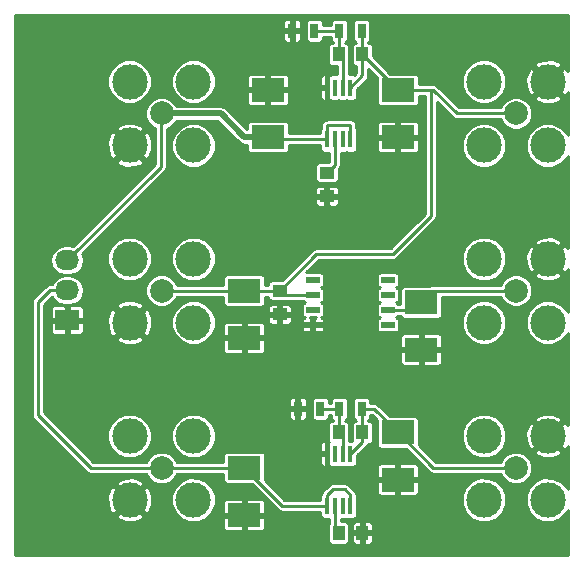
<source format=gtl>
G04 #@! TF.FileFunction,Copper,L1,Top,Signal*
%FSLAX46Y46*%
G04 Gerber Fmt 4.6, Leading zero omitted, Abs format (unit mm)*
G04 Created by KiCad (PCBNEW (2014-11-17 BZR 5289)-product) date Sat 29 Aug 2015 09:05:05 PM EDT*
%MOMM*%
G01*
G04 APERTURE LIST*
%ADD10C,0.100000*%
%ADD11R,2.794000X2.000000*%
%ADD12R,1.250000X1.000000*%
%ADD13R,1.000000X1.250000*%
%ADD14C,1.998980*%
%ADD15C,3.000000*%
%ADD16R,0.700000X1.300000*%
%ADD17R,0.450000X1.450000*%
%ADD18R,1.143000X0.508000*%
%ADD19R,2.032000X1.727200*%
%ADD20O,2.032000X1.727200*%
%ADD21C,0.254000*%
%ADD22C,0.500000*%
G04 APERTURE END LIST*
D10*
D11*
X162000000Y-91000000D03*
X162000000Y-87000000D03*
X160000000Y-119000000D03*
X160000000Y-123000000D03*
X160000000Y-104000000D03*
X160000000Y-108000000D03*
D12*
X163000000Y-104000000D03*
X163000000Y-106000000D03*
D13*
X170000000Y-84000000D03*
X168000000Y-84000000D03*
D12*
X167000000Y-94000000D03*
X167000000Y-96000000D03*
D11*
X175000000Y-105000000D03*
X175000000Y-109000000D03*
D13*
X168000000Y-124500000D03*
X170000000Y-124500000D03*
X170000000Y-116000000D03*
X168000000Y-116000000D03*
D11*
X173000000Y-87000000D03*
X173000000Y-91000000D03*
X173000000Y-116000000D03*
X173000000Y-120000000D03*
D14*
X153000000Y-119000000D03*
D15*
X150299980Y-116299980D03*
X150299980Y-121700020D03*
X155700020Y-121700020D03*
X155700020Y-116299980D03*
D14*
X153000000Y-89000000D03*
D15*
X150299980Y-86299980D03*
X150299980Y-91700020D03*
X155700020Y-91700020D03*
X155700020Y-86299980D03*
D14*
X153000000Y-104000000D03*
D15*
X150299980Y-101299980D03*
X150299980Y-106700020D03*
X155700020Y-106700020D03*
X155700020Y-101299980D03*
D14*
X183000000Y-89000000D03*
D15*
X185700020Y-91700020D03*
X185700020Y-86299980D03*
X180299980Y-86299980D03*
X180299980Y-91700020D03*
D14*
X183000000Y-119000000D03*
D15*
X185700020Y-121700020D03*
X185700020Y-116299980D03*
X180299980Y-116299980D03*
X180299980Y-121700020D03*
D14*
X183000000Y-104000000D03*
D15*
X185700020Y-106700020D03*
X185700020Y-101299980D03*
X180299980Y-101299980D03*
X180299980Y-106700020D03*
D16*
X169950000Y-82000000D03*
X168050000Y-82000000D03*
X165950000Y-82000000D03*
X164050000Y-82000000D03*
X169950000Y-114000000D03*
X168050000Y-114000000D03*
X166450000Y-114000000D03*
X164550000Y-114000000D03*
D17*
X168975000Y-86800000D03*
X168325000Y-86800000D03*
X167675000Y-86800000D03*
X167025000Y-86800000D03*
X167025000Y-91200000D03*
X167675000Y-91200000D03*
X168325000Y-91200000D03*
X168975000Y-91200000D03*
X168975000Y-117800000D03*
X168325000Y-117800000D03*
X167675000Y-117800000D03*
X167025000Y-117800000D03*
X167025000Y-122200000D03*
X167675000Y-122200000D03*
X168325000Y-122200000D03*
X168975000Y-122200000D03*
D18*
X172175000Y-103095000D03*
X172175000Y-104365000D03*
X172175000Y-105635000D03*
X172175000Y-106905000D03*
X165825000Y-106905000D03*
X165825000Y-105635000D03*
X165825000Y-104365000D03*
X165825000Y-103095000D03*
D19*
X145000000Y-106500000D03*
D20*
X145000000Y-103960000D03*
X145000000Y-101420000D03*
D21*
X168050000Y-82000000D02*
X165950000Y-82000000D01*
X168050000Y-82000000D02*
X168000000Y-82050000D01*
X168000000Y-82050000D02*
X168000000Y-84000000D01*
X168000000Y-84000000D02*
X168325000Y-84325000D01*
X168325000Y-84325000D02*
X168325000Y-86800000D01*
X167000000Y-94000000D02*
X167675000Y-93325000D01*
X167675000Y-93325000D02*
X167675000Y-91200000D01*
X167675000Y-122200000D02*
X167675000Y-124175000D01*
X167675000Y-124175000D02*
X168000000Y-124500000D01*
X168050000Y-114000000D02*
X166450000Y-114000000D01*
X168000000Y-116000000D02*
X168000000Y-114050000D01*
X168000000Y-114050000D02*
X168050000Y-114000000D01*
X168325000Y-117800000D02*
X168325000Y-116325000D01*
X168325000Y-116325000D02*
X168000000Y-116000000D01*
X145000000Y-101420000D02*
X152920000Y-93500000D01*
X152920000Y-93500000D02*
X152920000Y-89080000D01*
X152920000Y-89080000D02*
X153000000Y-89000000D01*
X168975000Y-91200000D02*
X169000000Y-91175000D01*
X169000000Y-91175000D02*
X169000000Y-90000000D01*
X169000000Y-90000000D02*
X167000000Y-90000000D01*
X167000000Y-90000000D02*
X167000000Y-91175000D01*
X167000000Y-91175000D02*
X167025000Y-91200000D01*
X162000000Y-91000000D02*
X162200000Y-91200000D01*
X162200000Y-91200000D02*
X167025000Y-91200000D01*
D22*
X153000000Y-89000000D02*
X158000000Y-89000000D01*
X160000000Y-91000000D02*
X162000000Y-91000000D01*
X158000000Y-89000000D02*
X160000000Y-91000000D01*
D21*
X168975000Y-122200000D02*
X168975000Y-121275000D01*
X167025000Y-121275000D02*
X167025000Y-122200000D01*
X167500000Y-120800000D02*
X167025000Y-121275000D01*
X168500000Y-120800000D02*
X167500000Y-120800000D01*
X168975000Y-121275000D02*
X168500000Y-120800000D01*
X145000000Y-103960000D02*
X143540000Y-103960000D01*
X147000000Y-119000000D02*
X153000000Y-119000000D01*
X142500000Y-114500000D02*
X147000000Y-119000000D01*
X142500000Y-105000000D02*
X142500000Y-114500000D01*
X143540000Y-103960000D02*
X142500000Y-105000000D01*
X160000000Y-119000000D02*
X163200000Y-122200000D01*
X163200000Y-122200000D02*
X167025000Y-122200000D01*
X153000000Y-119000000D02*
X160000000Y-119000000D01*
X173000000Y-87000000D02*
X175800000Y-87000000D01*
X166100000Y-100900000D02*
X163000000Y-104000000D01*
X172600000Y-100900000D02*
X166100000Y-100900000D01*
X175800000Y-97700000D02*
X172600000Y-100900000D01*
X175800000Y-87000000D02*
X175800000Y-97700000D01*
X163000000Y-104000000D02*
X163365000Y-104365000D01*
X163365000Y-104365000D02*
X165825000Y-104365000D01*
X160000000Y-104000000D02*
X163000000Y-104000000D01*
X153000000Y-104000000D02*
X160000000Y-104000000D01*
X183000000Y-89000000D02*
X178000000Y-89000000D01*
X176000000Y-87000000D02*
X173000000Y-87000000D01*
X178000000Y-89000000D02*
X176000000Y-87000000D01*
X170000000Y-84000000D02*
X173000000Y-87000000D01*
X170000000Y-84000000D02*
X169950000Y-83950000D01*
X169950000Y-83950000D02*
X169950000Y-82000000D01*
X168975000Y-86800000D02*
X170000000Y-85775000D01*
X170000000Y-85775000D02*
X170000000Y-84000000D01*
X175000000Y-105000000D02*
X176000000Y-104000000D01*
X176000000Y-104000000D02*
X183000000Y-104000000D01*
X175000000Y-105000000D02*
X174365000Y-105635000D01*
X174365000Y-105635000D02*
X172175000Y-105635000D01*
X173000000Y-116000000D02*
X176000000Y-119000000D01*
X176000000Y-119000000D02*
X183000000Y-119000000D01*
X169950000Y-114000000D02*
X171000000Y-114000000D01*
X171000000Y-114000000D02*
X173000000Y-116000000D01*
X170000000Y-116000000D02*
X170000000Y-114050000D01*
X170000000Y-114050000D02*
X169950000Y-114000000D01*
X168975000Y-117800000D02*
X170000000Y-116775000D01*
X170000000Y-116775000D02*
X170000000Y-116000000D01*
G36*
X187373000Y-126373000D02*
X182181306Y-126373000D01*
X182181306Y-121327507D01*
X181895544Y-120635911D01*
X181366872Y-120106316D01*
X180675776Y-119819347D01*
X179927467Y-119818694D01*
X179235871Y-120104456D01*
X178706276Y-120633128D01*
X178419307Y-121324224D01*
X178418654Y-122072533D01*
X178704416Y-122764129D01*
X179233088Y-123293724D01*
X179924184Y-123580693D01*
X180672493Y-123581346D01*
X181364089Y-123295584D01*
X181893684Y-122766912D01*
X182180653Y-122075816D01*
X182181306Y-121327507D01*
X182181306Y-126373000D01*
X174778000Y-126373000D01*
X174778000Y-121075786D01*
X174778000Y-120222250D01*
X174778000Y-119777750D01*
X174778000Y-118924214D01*
X174719996Y-118784180D01*
X174612819Y-118677004D01*
X174472785Y-118619000D01*
X174321214Y-118619000D01*
X173222250Y-118619000D01*
X173127000Y-118714250D01*
X173127000Y-119873000D01*
X174682750Y-119873000D01*
X174778000Y-119777750D01*
X174778000Y-120222250D01*
X174682750Y-120127000D01*
X173127000Y-120127000D01*
X173127000Y-121285750D01*
X173222250Y-121381000D01*
X174321214Y-121381000D01*
X174472785Y-121381000D01*
X174612819Y-121322996D01*
X174719996Y-121215820D01*
X174778000Y-121075786D01*
X174778000Y-126373000D01*
X172873000Y-126373000D01*
X172873000Y-121285750D01*
X172873000Y-120127000D01*
X172873000Y-119873000D01*
X172873000Y-118714250D01*
X172777750Y-118619000D01*
X171678786Y-118619000D01*
X171527215Y-118619000D01*
X171387181Y-118677004D01*
X171280004Y-118784180D01*
X171222000Y-118924214D01*
X171222000Y-119777750D01*
X171317250Y-119873000D01*
X172873000Y-119873000D01*
X172873000Y-120127000D01*
X171317250Y-120127000D01*
X171222000Y-120222250D01*
X171222000Y-121075786D01*
X171280004Y-121215820D01*
X171387181Y-121322996D01*
X171527215Y-121381000D01*
X171678786Y-121381000D01*
X172777750Y-121381000D01*
X172873000Y-121285750D01*
X172873000Y-126373000D01*
X170881000Y-126373000D01*
X170881000Y-125200785D01*
X170881000Y-125049214D01*
X170881000Y-124722250D01*
X170881000Y-124277750D01*
X170881000Y-123950786D01*
X170881000Y-123799215D01*
X170822996Y-123659181D01*
X170715820Y-123552004D01*
X170575786Y-123494000D01*
X170222250Y-123494000D01*
X170127000Y-123589250D01*
X170127000Y-124373000D01*
X170785750Y-124373000D01*
X170881000Y-124277750D01*
X170881000Y-124722250D01*
X170785750Y-124627000D01*
X170127000Y-124627000D01*
X170127000Y-125410750D01*
X170222250Y-125506000D01*
X170575786Y-125506000D01*
X170715820Y-125447996D01*
X170822996Y-125340819D01*
X170881000Y-125200785D01*
X170881000Y-126373000D01*
X169873000Y-126373000D01*
X169873000Y-125410750D01*
X169873000Y-124627000D01*
X169873000Y-124373000D01*
X169873000Y-123589250D01*
X169777750Y-123494000D01*
X169581000Y-123494000D01*
X169581000Y-123000785D01*
X169581000Y-122849214D01*
X169581000Y-121399214D01*
X169522996Y-121259180D01*
X169469140Y-121205325D01*
X169444331Y-121080597D01*
X169444330Y-121080596D01*
X169407790Y-121025910D01*
X169334210Y-120915790D01*
X169334210Y-120915789D01*
X168859210Y-120440790D01*
X168694403Y-120330669D01*
X168500000Y-120292000D01*
X167500000Y-120292000D01*
X167305597Y-120330669D01*
X167250910Y-120367209D01*
X167140789Y-120440790D01*
X166912500Y-120669079D01*
X166912500Y-118810750D01*
X166912500Y-117927000D01*
X166912500Y-117673000D01*
X166912500Y-116789250D01*
X166817250Y-116694000D01*
X166724215Y-116694000D01*
X166584181Y-116752004D01*
X166477004Y-116859180D01*
X166419000Y-116999214D01*
X166419000Y-117577750D01*
X166514250Y-117673000D01*
X166912500Y-117673000D01*
X166912500Y-117927000D01*
X166514250Y-117927000D01*
X166419000Y-118022250D01*
X166419000Y-118600786D01*
X166477004Y-118740820D01*
X166584181Y-118847996D01*
X166724215Y-118906000D01*
X166817250Y-118906000D01*
X166912500Y-118810750D01*
X166912500Y-120669079D01*
X166665790Y-120915790D01*
X166555669Y-121080597D01*
X166530859Y-121205325D01*
X166477004Y-121259181D01*
X166419000Y-121399215D01*
X166419000Y-121550786D01*
X166419000Y-121692000D01*
X165698000Y-121692000D01*
X165698000Y-107444750D01*
X165698000Y-107032000D01*
X164967750Y-107032000D01*
X164872500Y-107127250D01*
X164872500Y-107234786D01*
X164930504Y-107374820D01*
X165037681Y-107481996D01*
X165177715Y-107540000D01*
X165329286Y-107540000D01*
X165602750Y-107540000D01*
X165698000Y-107444750D01*
X165698000Y-121692000D01*
X165281000Y-121692000D01*
X165281000Y-114725785D01*
X165281000Y-114574214D01*
X165281000Y-114222250D01*
X165281000Y-113777750D01*
X165281000Y-113425786D01*
X165281000Y-113274215D01*
X165222996Y-113134181D01*
X165115820Y-113027004D01*
X164975786Y-112969000D01*
X164772250Y-112969000D01*
X164677000Y-113064250D01*
X164677000Y-113873000D01*
X165185750Y-113873000D01*
X165281000Y-113777750D01*
X165281000Y-114222250D01*
X165185750Y-114127000D01*
X164677000Y-114127000D01*
X164677000Y-114935750D01*
X164772250Y-115031000D01*
X164975786Y-115031000D01*
X165115820Y-114972996D01*
X165222996Y-114865819D01*
X165281000Y-114725785D01*
X165281000Y-121692000D01*
X164423000Y-121692000D01*
X164423000Y-114935750D01*
X164423000Y-114127000D01*
X164423000Y-113873000D01*
X164423000Y-113064250D01*
X164327750Y-112969000D01*
X164124214Y-112969000D01*
X164006000Y-113017965D01*
X164006000Y-106575786D01*
X164006000Y-106222250D01*
X164006000Y-105777750D01*
X164006000Y-105424214D01*
X163947996Y-105284180D01*
X163840819Y-105177004D01*
X163700785Y-105119000D01*
X163549214Y-105119000D01*
X163222250Y-105119000D01*
X163127000Y-105214250D01*
X163127000Y-105873000D01*
X163910750Y-105873000D01*
X164006000Y-105777750D01*
X164006000Y-106222250D01*
X163910750Y-106127000D01*
X163127000Y-106127000D01*
X163127000Y-106785750D01*
X163222250Y-106881000D01*
X163549214Y-106881000D01*
X163700785Y-106881000D01*
X163840819Y-106822996D01*
X163947996Y-106715820D01*
X164006000Y-106575786D01*
X164006000Y-113017965D01*
X163984180Y-113027004D01*
X163877004Y-113134181D01*
X163819000Y-113274215D01*
X163819000Y-113425786D01*
X163819000Y-113777750D01*
X163914250Y-113873000D01*
X164423000Y-113873000D01*
X164423000Y-114127000D01*
X163914250Y-114127000D01*
X163819000Y-114222250D01*
X163819000Y-114574214D01*
X163819000Y-114725785D01*
X163877004Y-114865819D01*
X163984180Y-114972996D01*
X164124214Y-115031000D01*
X164327750Y-115031000D01*
X164423000Y-114935750D01*
X164423000Y-121692000D01*
X163410420Y-121692000D01*
X162873000Y-121154579D01*
X162873000Y-106785750D01*
X162873000Y-106127000D01*
X162873000Y-105873000D01*
X162873000Y-105214250D01*
X162777750Y-105119000D01*
X162450786Y-105119000D01*
X162299215Y-105119000D01*
X162159181Y-105177004D01*
X162052004Y-105284180D01*
X161994000Y-105424214D01*
X161994000Y-105777750D01*
X162089250Y-105873000D01*
X162873000Y-105873000D01*
X162873000Y-106127000D01*
X162089250Y-106127000D01*
X161994000Y-106222250D01*
X161994000Y-106575786D01*
X162052004Y-106715820D01*
X162159181Y-106822996D01*
X162299215Y-106881000D01*
X162450786Y-106881000D01*
X162777750Y-106881000D01*
X162873000Y-106785750D01*
X162873000Y-121154579D01*
X161778000Y-120059579D01*
X161778000Y-119924214D01*
X161778000Y-117924214D01*
X161778000Y-109075786D01*
X161778000Y-108222250D01*
X161778000Y-107777750D01*
X161778000Y-106924214D01*
X161719996Y-106784180D01*
X161612819Y-106677004D01*
X161472785Y-106619000D01*
X161321214Y-106619000D01*
X160222250Y-106619000D01*
X160127000Y-106714250D01*
X160127000Y-107873000D01*
X161682750Y-107873000D01*
X161778000Y-107777750D01*
X161778000Y-108222250D01*
X161682750Y-108127000D01*
X160127000Y-108127000D01*
X160127000Y-109285750D01*
X160222250Y-109381000D01*
X161321214Y-109381000D01*
X161472785Y-109381000D01*
X161612819Y-109322996D01*
X161719996Y-109215820D01*
X161778000Y-109075786D01*
X161778000Y-117924214D01*
X161719996Y-117784180D01*
X161612819Y-117677004D01*
X161472785Y-117619000D01*
X161321214Y-117619000D01*
X159873000Y-117619000D01*
X159873000Y-109285750D01*
X159873000Y-108127000D01*
X159873000Y-107873000D01*
X159873000Y-106714250D01*
X159777750Y-106619000D01*
X158678786Y-106619000D01*
X158527215Y-106619000D01*
X158387181Y-106677004D01*
X158280004Y-106784180D01*
X158222000Y-106924214D01*
X158222000Y-107777750D01*
X158317250Y-107873000D01*
X159873000Y-107873000D01*
X159873000Y-108127000D01*
X158317250Y-108127000D01*
X158222000Y-108222250D01*
X158222000Y-109075786D01*
X158280004Y-109215820D01*
X158387181Y-109322996D01*
X158527215Y-109381000D01*
X158678786Y-109381000D01*
X159777750Y-109381000D01*
X159873000Y-109285750D01*
X159873000Y-117619000D01*
X158527214Y-117619000D01*
X158387180Y-117677004D01*
X158280004Y-117784181D01*
X158222000Y-117924215D01*
X158222000Y-118075786D01*
X158222000Y-118492000D01*
X157581346Y-118492000D01*
X157581346Y-115927467D01*
X157581346Y-106327507D01*
X157295584Y-105635911D01*
X156766912Y-105106316D01*
X156075816Y-104819347D01*
X155327507Y-104818694D01*
X154635911Y-105104456D01*
X154106316Y-105633128D01*
X153819347Y-106324224D01*
X153818694Y-107072533D01*
X154104456Y-107764129D01*
X154633128Y-108293724D01*
X155324224Y-108580693D01*
X156072533Y-108581346D01*
X156764129Y-108295584D01*
X157293724Y-107766912D01*
X157580693Y-107075816D01*
X157581346Y-106327507D01*
X157581346Y-115927467D01*
X157295584Y-115235871D01*
X156766912Y-114706276D01*
X156075816Y-114419307D01*
X155327507Y-114418654D01*
X154635911Y-114704416D01*
X154106316Y-115233088D01*
X153819347Y-115924184D01*
X153818694Y-116672493D01*
X154104456Y-117364089D01*
X154633128Y-117893684D01*
X155324224Y-118180653D01*
X156072533Y-118181306D01*
X156764129Y-117895544D01*
X157293724Y-117366872D01*
X157580693Y-116675776D01*
X157581346Y-115927467D01*
X157581346Y-118492000D01*
X154283790Y-118492000D01*
X154171005Y-118219037D01*
X153783006Y-117830360D01*
X153275801Y-117619751D01*
X152726608Y-117619271D01*
X152219037Y-117828995D01*
X152190395Y-117857587D01*
X152190395Y-107023260D01*
X152170194Y-106275224D01*
X151922797Y-105677955D01*
X151675424Y-105504182D01*
X151495818Y-105683787D01*
X151495818Y-105324576D01*
X151322045Y-105077203D01*
X150623220Y-104809605D01*
X149875184Y-104829806D01*
X149277915Y-105077203D01*
X149104142Y-105324576D01*
X150299980Y-106520415D01*
X151495818Y-105324576D01*
X151495818Y-105683787D01*
X150479585Y-106700020D01*
X151675424Y-107895858D01*
X151922797Y-107722085D01*
X152190395Y-107023260D01*
X152190395Y-117857587D01*
X152181306Y-117866660D01*
X152181306Y-115927467D01*
X151895544Y-115235871D01*
X151495818Y-114835447D01*
X151495818Y-108075464D01*
X150299980Y-106879625D01*
X150120375Y-107059230D01*
X150120375Y-106700020D01*
X148924536Y-105504182D01*
X148677163Y-105677955D01*
X148409565Y-106376780D01*
X148429766Y-107124816D01*
X148677163Y-107722085D01*
X148924536Y-107895858D01*
X150120375Y-106700020D01*
X150120375Y-107059230D01*
X149104142Y-108075464D01*
X149277915Y-108322837D01*
X149976740Y-108590435D01*
X150724776Y-108570234D01*
X151322045Y-108322837D01*
X151495818Y-108075464D01*
X151495818Y-114835447D01*
X151366872Y-114706276D01*
X150675776Y-114419307D01*
X149927467Y-114418654D01*
X149235871Y-114704416D01*
X148706276Y-115233088D01*
X148419307Y-115924184D01*
X148418654Y-116672493D01*
X148704416Y-117364089D01*
X149233088Y-117893684D01*
X149924184Y-118180653D01*
X150672493Y-118181306D01*
X151364089Y-117895544D01*
X151893684Y-117366872D01*
X152180653Y-116675776D01*
X152181306Y-115927467D01*
X152181306Y-117866660D01*
X151830360Y-118216994D01*
X151716168Y-118492000D01*
X147210420Y-118492000D01*
X146397000Y-117678580D01*
X146397000Y-107439386D01*
X146397000Y-106722250D01*
X146397000Y-106277750D01*
X146397000Y-105560614D01*
X146338996Y-105420580D01*
X146231819Y-105313404D01*
X146091785Y-105255400D01*
X145940214Y-105255400D01*
X145222250Y-105255400D01*
X145127000Y-105350650D01*
X145127000Y-106373000D01*
X146301750Y-106373000D01*
X146397000Y-106277750D01*
X146397000Y-106722250D01*
X146301750Y-106627000D01*
X145127000Y-106627000D01*
X145127000Y-107649350D01*
X145222250Y-107744600D01*
X145940214Y-107744600D01*
X146091785Y-107744600D01*
X146231819Y-107686596D01*
X146338996Y-107579420D01*
X146397000Y-107439386D01*
X146397000Y-117678580D01*
X144873000Y-116154580D01*
X144873000Y-107649350D01*
X144873000Y-106627000D01*
X144873000Y-106373000D01*
X144873000Y-105350650D01*
X144777750Y-105255400D01*
X144059786Y-105255400D01*
X143908215Y-105255400D01*
X143768181Y-105313404D01*
X143661004Y-105420580D01*
X143603000Y-105560614D01*
X143603000Y-106277750D01*
X143698250Y-106373000D01*
X144873000Y-106373000D01*
X144873000Y-106627000D01*
X143698250Y-106627000D01*
X143603000Y-106722250D01*
X143603000Y-107439386D01*
X143661004Y-107579420D01*
X143768181Y-107686596D01*
X143908215Y-107744600D01*
X144059786Y-107744600D01*
X144777750Y-107744600D01*
X144873000Y-107649350D01*
X144873000Y-116154580D01*
X143008000Y-114289580D01*
X143008000Y-105210420D01*
X143715136Y-104503283D01*
X143940166Y-104840065D01*
X144343943Y-105109860D01*
X144820231Y-105204600D01*
X145179769Y-105204600D01*
X145656057Y-105109860D01*
X146059834Y-104840065D01*
X146329629Y-104436288D01*
X146424369Y-103960000D01*
X146329629Y-103483712D01*
X146059834Y-103079935D01*
X145656057Y-102810140D01*
X145179769Y-102715400D01*
X144820231Y-102715400D01*
X144343943Y-102810140D01*
X143940166Y-103079935D01*
X143691560Y-103452000D01*
X143540000Y-103452000D01*
X143345596Y-103490669D01*
X143180790Y-103600790D01*
X142140790Y-104640790D01*
X142030669Y-104805597D01*
X141992000Y-105000000D01*
X141992000Y-114500000D01*
X142030669Y-114694403D01*
X142140790Y-114859210D01*
X146640790Y-119359210D01*
X146805597Y-119469331D01*
X147000000Y-119508000D01*
X151716209Y-119508000D01*
X151828995Y-119780963D01*
X152216994Y-120169640D01*
X152724199Y-120380249D01*
X153273392Y-120380729D01*
X153780963Y-120171005D01*
X154169640Y-119783006D01*
X154283831Y-119508000D01*
X158222000Y-119508000D01*
X158222000Y-120075786D01*
X158280004Y-120215820D01*
X158387181Y-120322996D01*
X158527215Y-120381000D01*
X158678786Y-120381000D01*
X160662579Y-120381000D01*
X162840789Y-122559210D01*
X162840790Y-122559210D01*
X163005596Y-122669331D01*
X163005597Y-122669331D01*
X163037849Y-122675746D01*
X163200000Y-122708000D01*
X166419000Y-122708000D01*
X166419000Y-123000786D01*
X166477004Y-123140820D01*
X166584181Y-123247996D01*
X166724215Y-123306000D01*
X166875786Y-123306000D01*
X167167000Y-123306000D01*
X167167000Y-123683332D01*
X167119000Y-123799215D01*
X167119000Y-123950786D01*
X167119000Y-125200786D01*
X167177004Y-125340820D01*
X167284181Y-125447996D01*
X167424215Y-125506000D01*
X167575786Y-125506000D01*
X168575786Y-125506000D01*
X168715820Y-125447996D01*
X168822996Y-125340819D01*
X168881000Y-125200785D01*
X168881000Y-125049214D01*
X168881000Y-123799214D01*
X168822996Y-123659180D01*
X168715819Y-123552004D01*
X168575785Y-123494000D01*
X168424214Y-123494000D01*
X168183000Y-123494000D01*
X168183000Y-123306000D01*
X168625786Y-123306000D01*
X168650000Y-123295970D01*
X168674215Y-123306000D01*
X168825786Y-123306000D01*
X169275786Y-123306000D01*
X169415820Y-123247996D01*
X169522996Y-123140819D01*
X169581000Y-123000785D01*
X169581000Y-123494000D01*
X169424214Y-123494000D01*
X169284180Y-123552004D01*
X169177004Y-123659181D01*
X169119000Y-123799215D01*
X169119000Y-123950786D01*
X169119000Y-124277750D01*
X169214250Y-124373000D01*
X169873000Y-124373000D01*
X169873000Y-124627000D01*
X169214250Y-124627000D01*
X169119000Y-124722250D01*
X169119000Y-125049214D01*
X169119000Y-125200785D01*
X169177004Y-125340819D01*
X169284180Y-125447996D01*
X169424214Y-125506000D01*
X169777750Y-125506000D01*
X169873000Y-125410750D01*
X169873000Y-126373000D01*
X161778000Y-126373000D01*
X161778000Y-124075786D01*
X161778000Y-123222250D01*
X161778000Y-122777750D01*
X161778000Y-121924214D01*
X161719996Y-121784180D01*
X161612819Y-121677004D01*
X161472785Y-121619000D01*
X161321214Y-121619000D01*
X160222250Y-121619000D01*
X160127000Y-121714250D01*
X160127000Y-122873000D01*
X161682750Y-122873000D01*
X161778000Y-122777750D01*
X161778000Y-123222250D01*
X161682750Y-123127000D01*
X160127000Y-123127000D01*
X160127000Y-124285750D01*
X160222250Y-124381000D01*
X161321214Y-124381000D01*
X161472785Y-124381000D01*
X161612819Y-124322996D01*
X161719996Y-124215820D01*
X161778000Y-124075786D01*
X161778000Y-126373000D01*
X159873000Y-126373000D01*
X159873000Y-124285750D01*
X159873000Y-123127000D01*
X159873000Y-122873000D01*
X159873000Y-121714250D01*
X159777750Y-121619000D01*
X158678786Y-121619000D01*
X158527215Y-121619000D01*
X158387181Y-121677004D01*
X158280004Y-121784180D01*
X158222000Y-121924214D01*
X158222000Y-122777750D01*
X158317250Y-122873000D01*
X159873000Y-122873000D01*
X159873000Y-123127000D01*
X158317250Y-123127000D01*
X158222000Y-123222250D01*
X158222000Y-124075786D01*
X158280004Y-124215820D01*
X158387181Y-124322996D01*
X158527215Y-124381000D01*
X158678786Y-124381000D01*
X159777750Y-124381000D01*
X159873000Y-124285750D01*
X159873000Y-126373000D01*
X157581346Y-126373000D01*
X157581346Y-121327507D01*
X157295584Y-120635911D01*
X156766912Y-120106316D01*
X156075816Y-119819347D01*
X155327507Y-119818694D01*
X154635911Y-120104456D01*
X154106316Y-120633128D01*
X153819347Y-121324224D01*
X153818694Y-122072533D01*
X154104456Y-122764129D01*
X154633128Y-123293724D01*
X155324224Y-123580693D01*
X156072533Y-123581346D01*
X156764129Y-123295584D01*
X157293724Y-122766912D01*
X157580693Y-122075816D01*
X157581346Y-121327507D01*
X157581346Y-126373000D01*
X152190395Y-126373000D01*
X152190395Y-122023260D01*
X152170194Y-121275224D01*
X151922797Y-120677955D01*
X151675424Y-120504182D01*
X151495818Y-120683787D01*
X151495818Y-120324576D01*
X151322045Y-120077203D01*
X150623220Y-119809605D01*
X149875184Y-119829806D01*
X149277915Y-120077203D01*
X149104142Y-120324576D01*
X150299980Y-121520415D01*
X151495818Y-120324576D01*
X151495818Y-120683787D01*
X150479585Y-121700020D01*
X151675424Y-122895858D01*
X151922797Y-122722085D01*
X152190395Y-122023260D01*
X152190395Y-126373000D01*
X151495818Y-126373000D01*
X151495818Y-123075464D01*
X150299980Y-121879625D01*
X150120375Y-122059230D01*
X150120375Y-121700020D01*
X148924536Y-120504182D01*
X148677163Y-120677955D01*
X148409565Y-121376780D01*
X148429766Y-122124816D01*
X148677163Y-122722085D01*
X148924536Y-122895858D01*
X150120375Y-121700020D01*
X150120375Y-122059230D01*
X149104142Y-123075464D01*
X149277915Y-123322837D01*
X149976740Y-123590435D01*
X150724776Y-123570234D01*
X151322045Y-123322837D01*
X151495818Y-123075464D01*
X151495818Y-126373000D01*
X140627000Y-126373000D01*
X140627000Y-80627000D01*
X187373000Y-80627000D01*
X187373000Y-85399019D01*
X187322837Y-85277915D01*
X187075464Y-85104142D01*
X186895858Y-85283747D01*
X186895858Y-84924536D01*
X186722085Y-84677163D01*
X186023260Y-84409565D01*
X185275224Y-84429766D01*
X184677955Y-84677163D01*
X184504182Y-84924536D01*
X185700020Y-86120375D01*
X186895858Y-84924536D01*
X186895858Y-85283747D01*
X185879625Y-86299980D01*
X187075464Y-87495818D01*
X187322837Y-87322045D01*
X187373000Y-87191045D01*
X187373000Y-90823271D01*
X187295584Y-90635911D01*
X186895858Y-90235487D01*
X186895858Y-87675424D01*
X185700020Y-86479585D01*
X185520415Y-86659190D01*
X185520415Y-86299980D01*
X184324576Y-85104142D01*
X184077203Y-85277915D01*
X183809605Y-85976740D01*
X183829806Y-86724776D01*
X184077203Y-87322045D01*
X184324576Y-87495818D01*
X185520415Y-86299980D01*
X185520415Y-86659190D01*
X184504182Y-87675424D01*
X184677955Y-87922797D01*
X185376780Y-88190395D01*
X186124816Y-88170194D01*
X186722085Y-87922797D01*
X186895858Y-87675424D01*
X186895858Y-90235487D01*
X186766912Y-90106316D01*
X186075816Y-89819347D01*
X185327507Y-89818694D01*
X184635911Y-90104456D01*
X184380729Y-90359193D01*
X184380729Y-88726608D01*
X184171005Y-88219037D01*
X183783006Y-87830360D01*
X183275801Y-87619751D01*
X182726608Y-87619271D01*
X182219037Y-87828995D01*
X182181306Y-87866660D01*
X182181306Y-85927467D01*
X181895544Y-85235871D01*
X181366872Y-84706276D01*
X180675776Y-84419307D01*
X179927467Y-84418654D01*
X179235871Y-84704416D01*
X178706276Y-85233088D01*
X178419307Y-85924184D01*
X178418654Y-86672493D01*
X178704416Y-87364089D01*
X179233088Y-87893684D01*
X179924184Y-88180653D01*
X180672493Y-88181306D01*
X181364089Y-87895544D01*
X181893684Y-87366872D01*
X182180653Y-86675776D01*
X182181306Y-85927467D01*
X182181306Y-87866660D01*
X181830360Y-88216994D01*
X181716168Y-88492000D01*
X178210420Y-88492000D01*
X176359210Y-86640790D01*
X176194403Y-86530669D01*
X176000000Y-86492000D01*
X175800000Y-86492000D01*
X174778000Y-86492000D01*
X174778000Y-85924214D01*
X174719996Y-85784180D01*
X174612819Y-85677004D01*
X174472785Y-85619000D01*
X174321214Y-85619000D01*
X172337420Y-85619000D01*
X170881000Y-84162580D01*
X170881000Y-83299214D01*
X170822996Y-83159180D01*
X170715819Y-83052004D01*
X170575785Y-82994000D01*
X170465111Y-82994000D01*
X170515820Y-82972996D01*
X170622996Y-82865819D01*
X170681000Y-82725785D01*
X170681000Y-82574214D01*
X170681000Y-81274214D01*
X170622996Y-81134180D01*
X170515819Y-81027004D01*
X170375785Y-80969000D01*
X170224214Y-80969000D01*
X169524214Y-80969000D01*
X169384180Y-81027004D01*
X169277004Y-81134181D01*
X169219000Y-81274215D01*
X169219000Y-81425786D01*
X169219000Y-82725786D01*
X169277004Y-82865820D01*
X169384181Y-82972996D01*
X169434889Y-82994000D01*
X169424214Y-82994000D01*
X169284180Y-83052004D01*
X169177004Y-83159181D01*
X169119000Y-83299215D01*
X169119000Y-83450786D01*
X169119000Y-84700786D01*
X169177004Y-84840820D01*
X169284181Y-84947996D01*
X169424215Y-85006000D01*
X169492000Y-85006000D01*
X169492000Y-85564580D01*
X169337158Y-85719421D01*
X169275785Y-85694000D01*
X169124214Y-85694000D01*
X168833000Y-85694000D01*
X168833000Y-84816667D01*
X168881000Y-84700785D01*
X168881000Y-84549214D01*
X168881000Y-83299214D01*
X168822996Y-83159180D01*
X168715819Y-83052004D01*
X168575785Y-82994000D01*
X168565111Y-82994000D01*
X168615820Y-82972996D01*
X168722996Y-82865819D01*
X168781000Y-82725785D01*
X168781000Y-82574214D01*
X168781000Y-81274214D01*
X168722996Y-81134180D01*
X168615819Y-81027004D01*
X168475785Y-80969000D01*
X168324214Y-80969000D01*
X167624214Y-80969000D01*
X167484180Y-81027004D01*
X167377004Y-81134181D01*
X167319000Y-81274215D01*
X167319000Y-81425786D01*
X167319000Y-81492000D01*
X166681000Y-81492000D01*
X166681000Y-81274214D01*
X166622996Y-81134180D01*
X166515819Y-81027004D01*
X166375785Y-80969000D01*
X166224214Y-80969000D01*
X165524214Y-80969000D01*
X165384180Y-81027004D01*
X165277004Y-81134181D01*
X165219000Y-81274215D01*
X165219000Y-81425786D01*
X165219000Y-82725786D01*
X165277004Y-82865820D01*
X165384181Y-82972996D01*
X165524215Y-83031000D01*
X165675786Y-83031000D01*
X166375786Y-83031000D01*
X166515820Y-82972996D01*
X166622996Y-82865819D01*
X166681000Y-82725785D01*
X166681000Y-82574214D01*
X166681000Y-82508000D01*
X167319000Y-82508000D01*
X167319000Y-82725786D01*
X167377004Y-82865820D01*
X167484181Y-82972996D01*
X167492000Y-82976234D01*
X167492000Y-82994000D01*
X167424214Y-82994000D01*
X167284180Y-83052004D01*
X167177004Y-83159181D01*
X167119000Y-83299215D01*
X167119000Y-83450786D01*
X167119000Y-84700786D01*
X167177004Y-84840820D01*
X167284181Y-84947996D01*
X167424215Y-85006000D01*
X167575786Y-85006000D01*
X167817000Y-85006000D01*
X167817000Y-85694000D01*
X167374214Y-85694000D01*
X167349999Y-85704029D01*
X167325785Y-85694000D01*
X167232750Y-85694000D01*
X167137500Y-85789250D01*
X167137500Y-85848684D01*
X167127004Y-85859181D01*
X167069000Y-85999215D01*
X167069000Y-86150786D01*
X167069000Y-87600786D01*
X167127004Y-87740820D01*
X167137500Y-87751315D01*
X167137500Y-87810750D01*
X167232750Y-87906000D01*
X167325785Y-87906000D01*
X167350000Y-87895969D01*
X167374215Y-87906000D01*
X167525786Y-87906000D01*
X167975786Y-87906000D01*
X168000000Y-87895970D01*
X168024215Y-87906000D01*
X168175786Y-87906000D01*
X168625786Y-87906000D01*
X168650000Y-87895970D01*
X168674215Y-87906000D01*
X168825786Y-87906000D01*
X169275786Y-87906000D01*
X169415820Y-87847996D01*
X169522996Y-87740819D01*
X169581000Y-87600785D01*
X169581000Y-87449214D01*
X169581000Y-86912420D01*
X170359210Y-86134210D01*
X170469331Y-85969403D01*
X170508000Y-85775000D01*
X170508000Y-85226420D01*
X171222000Y-85940420D01*
X171222000Y-86075786D01*
X171222000Y-88075786D01*
X171280004Y-88215820D01*
X171387181Y-88322996D01*
X171527215Y-88381000D01*
X171678786Y-88381000D01*
X174472786Y-88381000D01*
X174612820Y-88322996D01*
X174719996Y-88215819D01*
X174778000Y-88075785D01*
X174778000Y-87924214D01*
X174778000Y-87508000D01*
X175292000Y-87508000D01*
X175292000Y-97489579D01*
X174778000Y-98003579D01*
X174778000Y-92075786D01*
X174778000Y-91222250D01*
X174778000Y-90777750D01*
X174778000Y-89924214D01*
X174719996Y-89784180D01*
X174612819Y-89677004D01*
X174472785Y-89619000D01*
X174321214Y-89619000D01*
X173222250Y-89619000D01*
X173127000Y-89714250D01*
X173127000Y-90873000D01*
X174682750Y-90873000D01*
X174778000Y-90777750D01*
X174778000Y-91222250D01*
X174682750Y-91127000D01*
X173127000Y-91127000D01*
X173127000Y-92285750D01*
X173222250Y-92381000D01*
X174321214Y-92381000D01*
X174472785Y-92381000D01*
X174612819Y-92322996D01*
X174719996Y-92215820D01*
X174778000Y-92075786D01*
X174778000Y-98003579D01*
X172873000Y-99908579D01*
X172873000Y-92285750D01*
X172873000Y-91127000D01*
X172873000Y-90873000D01*
X172873000Y-89714250D01*
X172777750Y-89619000D01*
X171678786Y-89619000D01*
X171527215Y-89619000D01*
X171387181Y-89677004D01*
X171280004Y-89784180D01*
X171222000Y-89924214D01*
X171222000Y-90777750D01*
X171317250Y-90873000D01*
X172873000Y-90873000D01*
X172873000Y-91127000D01*
X171317250Y-91127000D01*
X171222000Y-91222250D01*
X171222000Y-92075786D01*
X171280004Y-92215820D01*
X171387181Y-92322996D01*
X171527215Y-92381000D01*
X171678786Y-92381000D01*
X172777750Y-92381000D01*
X172873000Y-92285750D01*
X172873000Y-99908579D01*
X172389579Y-100392000D01*
X169581000Y-100392000D01*
X169581000Y-92000785D01*
X169581000Y-91849214D01*
X169581000Y-90399214D01*
X169522996Y-90259180D01*
X169508000Y-90244184D01*
X169508000Y-90000000D01*
X169469331Y-89805597D01*
X169359210Y-89640790D01*
X169194403Y-89530669D01*
X169000000Y-89492000D01*
X167000000Y-89492000D01*
X166912500Y-89509404D01*
X166912500Y-87810750D01*
X166912500Y-86927000D01*
X166912500Y-86673000D01*
X166912500Y-85789250D01*
X166817250Y-85694000D01*
X166724215Y-85694000D01*
X166584181Y-85752004D01*
X166477004Y-85859180D01*
X166419000Y-85999214D01*
X166419000Y-86577750D01*
X166514250Y-86673000D01*
X166912500Y-86673000D01*
X166912500Y-86927000D01*
X166514250Y-86927000D01*
X166419000Y-87022250D01*
X166419000Y-87600786D01*
X166477004Y-87740820D01*
X166584181Y-87847996D01*
X166724215Y-87906000D01*
X166817250Y-87906000D01*
X166912500Y-87810750D01*
X166912500Y-89509404D01*
X166805597Y-89530669D01*
X166640790Y-89640790D01*
X166530669Y-89805597D01*
X166492000Y-90000000D01*
X166492000Y-90244184D01*
X166477004Y-90259181D01*
X166419000Y-90399215D01*
X166419000Y-90550786D01*
X166419000Y-90692000D01*
X164781000Y-90692000D01*
X164781000Y-82725785D01*
X164781000Y-82574214D01*
X164781000Y-82222250D01*
X164781000Y-81777750D01*
X164781000Y-81425786D01*
X164781000Y-81274215D01*
X164722996Y-81134181D01*
X164615820Y-81027004D01*
X164475786Y-80969000D01*
X164272250Y-80969000D01*
X164177000Y-81064250D01*
X164177000Y-81873000D01*
X164685750Y-81873000D01*
X164781000Y-81777750D01*
X164781000Y-82222250D01*
X164685750Y-82127000D01*
X164177000Y-82127000D01*
X164177000Y-82935750D01*
X164272250Y-83031000D01*
X164475786Y-83031000D01*
X164615820Y-82972996D01*
X164722996Y-82865819D01*
X164781000Y-82725785D01*
X164781000Y-90692000D01*
X163923000Y-90692000D01*
X163923000Y-82935750D01*
X163923000Y-82127000D01*
X163923000Y-81873000D01*
X163923000Y-81064250D01*
X163827750Y-80969000D01*
X163624214Y-80969000D01*
X163484180Y-81027004D01*
X163377004Y-81134181D01*
X163319000Y-81274215D01*
X163319000Y-81425786D01*
X163319000Y-81777750D01*
X163414250Y-81873000D01*
X163923000Y-81873000D01*
X163923000Y-82127000D01*
X163414250Y-82127000D01*
X163319000Y-82222250D01*
X163319000Y-82574214D01*
X163319000Y-82725785D01*
X163377004Y-82865819D01*
X163484180Y-82972996D01*
X163624214Y-83031000D01*
X163827750Y-83031000D01*
X163923000Y-82935750D01*
X163923000Y-90692000D01*
X163778000Y-90692000D01*
X163778000Y-89924214D01*
X163778000Y-88075786D01*
X163778000Y-87222250D01*
X163778000Y-86777750D01*
X163778000Y-85924214D01*
X163719996Y-85784180D01*
X163612819Y-85677004D01*
X163472785Y-85619000D01*
X163321214Y-85619000D01*
X162222250Y-85619000D01*
X162127000Y-85714250D01*
X162127000Y-86873000D01*
X163682750Y-86873000D01*
X163778000Y-86777750D01*
X163778000Y-87222250D01*
X163682750Y-87127000D01*
X162127000Y-87127000D01*
X162127000Y-88285750D01*
X162222250Y-88381000D01*
X163321214Y-88381000D01*
X163472785Y-88381000D01*
X163612819Y-88322996D01*
X163719996Y-88215820D01*
X163778000Y-88075786D01*
X163778000Y-89924214D01*
X163719996Y-89784180D01*
X163612819Y-89677004D01*
X163472785Y-89619000D01*
X163321214Y-89619000D01*
X161873000Y-89619000D01*
X161873000Y-88285750D01*
X161873000Y-87127000D01*
X161873000Y-86873000D01*
X161873000Y-85714250D01*
X161777750Y-85619000D01*
X160678786Y-85619000D01*
X160527215Y-85619000D01*
X160387181Y-85677004D01*
X160280004Y-85784180D01*
X160222000Y-85924214D01*
X160222000Y-86777750D01*
X160317250Y-86873000D01*
X161873000Y-86873000D01*
X161873000Y-87127000D01*
X160317250Y-87127000D01*
X160222000Y-87222250D01*
X160222000Y-88075786D01*
X160280004Y-88215820D01*
X160387181Y-88322996D01*
X160527215Y-88381000D01*
X160678786Y-88381000D01*
X161777750Y-88381000D01*
X161873000Y-88285750D01*
X161873000Y-89619000D01*
X160527214Y-89619000D01*
X160387180Y-89677004D01*
X160280004Y-89784181D01*
X160222000Y-89924215D01*
X160222000Y-90075786D01*
X160222000Y-90329632D01*
X158446184Y-88553816D01*
X158241473Y-88417032D01*
X158000000Y-88369000D01*
X157581346Y-88369000D01*
X157581346Y-85927467D01*
X157295584Y-85235871D01*
X156766912Y-84706276D01*
X156075816Y-84419307D01*
X155327507Y-84418654D01*
X154635911Y-84704416D01*
X154106316Y-85233088D01*
X153819347Y-85924184D01*
X153818694Y-86672493D01*
X154104456Y-87364089D01*
X154633128Y-87893684D01*
X155324224Y-88180653D01*
X156072533Y-88181306D01*
X156764129Y-87895544D01*
X157293724Y-87366872D01*
X157580693Y-86675776D01*
X157581346Y-85927467D01*
X157581346Y-88369000D01*
X154232968Y-88369000D01*
X154171005Y-88219037D01*
X153783006Y-87830360D01*
X153275801Y-87619751D01*
X152726608Y-87619271D01*
X152219037Y-87828995D01*
X152181306Y-87866660D01*
X152181306Y-85927467D01*
X151895544Y-85235871D01*
X151366872Y-84706276D01*
X150675776Y-84419307D01*
X149927467Y-84418654D01*
X149235871Y-84704416D01*
X148706276Y-85233088D01*
X148419307Y-85924184D01*
X148418654Y-86672493D01*
X148704416Y-87364089D01*
X149233088Y-87893684D01*
X149924184Y-88180653D01*
X150672493Y-88181306D01*
X151364089Y-87895544D01*
X151893684Y-87366872D01*
X152180653Y-86675776D01*
X152181306Y-85927467D01*
X152181306Y-87866660D01*
X151830360Y-88216994D01*
X151619751Y-88724199D01*
X151619271Y-89273392D01*
X151828995Y-89780963D01*
X152216994Y-90169640D01*
X152412000Y-90250613D01*
X152412000Y-93289579D01*
X152190395Y-93511184D01*
X152190395Y-92023260D01*
X152170194Y-91275224D01*
X151922797Y-90677955D01*
X151675424Y-90504182D01*
X151495818Y-90683787D01*
X151495818Y-90324576D01*
X151322045Y-90077203D01*
X150623220Y-89809605D01*
X149875184Y-89829806D01*
X149277915Y-90077203D01*
X149104142Y-90324576D01*
X150299980Y-91520415D01*
X151495818Y-90324576D01*
X151495818Y-90683787D01*
X150479585Y-91700020D01*
X151675424Y-92895858D01*
X151922797Y-92722085D01*
X152190395Y-92023260D01*
X152190395Y-93511184D01*
X151495818Y-94205761D01*
X151495818Y-93075464D01*
X150299980Y-91879625D01*
X150120375Y-92059230D01*
X150120375Y-91700020D01*
X148924536Y-90504182D01*
X148677163Y-90677955D01*
X148409565Y-91376780D01*
X148429766Y-92124816D01*
X148677163Y-92722085D01*
X148924536Y-92895858D01*
X150120375Y-91700020D01*
X150120375Y-92059230D01*
X149104142Y-93075464D01*
X149277915Y-93322837D01*
X149976740Y-93590435D01*
X150724776Y-93570234D01*
X151322045Y-93322837D01*
X151495818Y-93075464D01*
X151495818Y-94205761D01*
X145468706Y-100232873D01*
X145179769Y-100175400D01*
X144820231Y-100175400D01*
X144343943Y-100270140D01*
X143940166Y-100539935D01*
X143670371Y-100943712D01*
X143575631Y-101420000D01*
X143670371Y-101896288D01*
X143940166Y-102300065D01*
X144343943Y-102569860D01*
X144820231Y-102664600D01*
X145179769Y-102664600D01*
X145656057Y-102569860D01*
X146059834Y-102300065D01*
X146329629Y-101896288D01*
X146424369Y-101420000D01*
X146329629Y-100943712D01*
X146275587Y-100862832D01*
X153279210Y-93859211D01*
X153279210Y-93859210D01*
X153389331Y-93694404D01*
X153389331Y-93694403D01*
X153395746Y-93662150D01*
X153427999Y-93500000D01*
X153428000Y-93500000D01*
X153428000Y-90316846D01*
X153780963Y-90171005D01*
X154169640Y-89783006D01*
X154232758Y-89631000D01*
X157738632Y-89631000D01*
X159553816Y-91446184D01*
X159758526Y-91582968D01*
X159758527Y-91582968D01*
X159798589Y-91590936D01*
X160000000Y-91631000D01*
X160222000Y-91631000D01*
X160222000Y-92075786D01*
X160280004Y-92215820D01*
X160387181Y-92322996D01*
X160527215Y-92381000D01*
X160678786Y-92381000D01*
X163472786Y-92381000D01*
X163612820Y-92322996D01*
X163719996Y-92215819D01*
X163778000Y-92075785D01*
X163778000Y-91924214D01*
X163778000Y-91708000D01*
X166419000Y-91708000D01*
X166419000Y-92000786D01*
X166477004Y-92140820D01*
X166584181Y-92247996D01*
X166724215Y-92306000D01*
X166875786Y-92306000D01*
X167167000Y-92306000D01*
X167167000Y-93114580D01*
X167162580Y-93119000D01*
X166299214Y-93119000D01*
X166159180Y-93177004D01*
X166052004Y-93284181D01*
X165994000Y-93424215D01*
X165994000Y-93575786D01*
X165994000Y-94575786D01*
X166052004Y-94715820D01*
X166159181Y-94822996D01*
X166299215Y-94881000D01*
X166450786Y-94881000D01*
X167700786Y-94881000D01*
X167840820Y-94822996D01*
X167947996Y-94715819D01*
X168006000Y-94575785D01*
X168006000Y-94424214D01*
X168006000Y-93712420D01*
X168034210Y-93684210D01*
X168144331Y-93519404D01*
X168144331Y-93519403D01*
X168183000Y-93325000D01*
X168183000Y-92306000D01*
X168625786Y-92306000D01*
X168650000Y-92295970D01*
X168674215Y-92306000D01*
X168825786Y-92306000D01*
X169275786Y-92306000D01*
X169415820Y-92247996D01*
X169522996Y-92140819D01*
X169581000Y-92000785D01*
X169581000Y-100392000D01*
X168006000Y-100392000D01*
X168006000Y-96575786D01*
X168006000Y-96222250D01*
X168006000Y-95777750D01*
X168006000Y-95424214D01*
X167947996Y-95284180D01*
X167840819Y-95177004D01*
X167700785Y-95119000D01*
X167549214Y-95119000D01*
X167222250Y-95119000D01*
X167127000Y-95214250D01*
X167127000Y-95873000D01*
X167910750Y-95873000D01*
X168006000Y-95777750D01*
X168006000Y-96222250D01*
X167910750Y-96127000D01*
X167127000Y-96127000D01*
X167127000Y-96785750D01*
X167222250Y-96881000D01*
X167549214Y-96881000D01*
X167700785Y-96881000D01*
X167840819Y-96822996D01*
X167947996Y-96715820D01*
X168006000Y-96575786D01*
X168006000Y-100392000D01*
X166873000Y-100392000D01*
X166873000Y-96785750D01*
X166873000Y-96127000D01*
X166873000Y-95873000D01*
X166873000Y-95214250D01*
X166777750Y-95119000D01*
X166450786Y-95119000D01*
X166299215Y-95119000D01*
X166159181Y-95177004D01*
X166052004Y-95284180D01*
X165994000Y-95424214D01*
X165994000Y-95777750D01*
X166089250Y-95873000D01*
X166873000Y-95873000D01*
X166873000Y-96127000D01*
X166089250Y-96127000D01*
X165994000Y-96222250D01*
X165994000Y-96575786D01*
X166052004Y-96715820D01*
X166159181Y-96822996D01*
X166299215Y-96881000D01*
X166450786Y-96881000D01*
X166777750Y-96881000D01*
X166873000Y-96785750D01*
X166873000Y-100392000D01*
X166100000Y-100392000D01*
X165905597Y-100430669D01*
X165740790Y-100540790D01*
X163162580Y-103119000D01*
X162299214Y-103119000D01*
X162159180Y-103177004D01*
X162052004Y-103284181D01*
X161994000Y-103424215D01*
X161994000Y-103492000D01*
X161778000Y-103492000D01*
X161778000Y-102924214D01*
X161719996Y-102784180D01*
X161612819Y-102677004D01*
X161472785Y-102619000D01*
X161321214Y-102619000D01*
X158527214Y-102619000D01*
X158387180Y-102677004D01*
X158280004Y-102784181D01*
X158222000Y-102924215D01*
X158222000Y-103075786D01*
X158222000Y-103492000D01*
X157581346Y-103492000D01*
X157581346Y-100927467D01*
X157581346Y-91327507D01*
X157295584Y-90635911D01*
X156766912Y-90106316D01*
X156075816Y-89819347D01*
X155327507Y-89818694D01*
X154635911Y-90104456D01*
X154106316Y-90633128D01*
X153819347Y-91324224D01*
X153818694Y-92072533D01*
X154104456Y-92764129D01*
X154633128Y-93293724D01*
X155324224Y-93580693D01*
X156072533Y-93581346D01*
X156764129Y-93295584D01*
X157293724Y-92766912D01*
X157580693Y-92075816D01*
X157581346Y-91327507D01*
X157581346Y-100927467D01*
X157295584Y-100235871D01*
X156766912Y-99706276D01*
X156075816Y-99419307D01*
X155327507Y-99418654D01*
X154635911Y-99704416D01*
X154106316Y-100233088D01*
X153819347Y-100924184D01*
X153818694Y-101672493D01*
X154104456Y-102364089D01*
X154633128Y-102893684D01*
X155324224Y-103180653D01*
X156072533Y-103181306D01*
X156764129Y-102895544D01*
X157293724Y-102366872D01*
X157580693Y-101675776D01*
X157581346Y-100927467D01*
X157581346Y-103492000D01*
X154283790Y-103492000D01*
X154171005Y-103219037D01*
X153783006Y-102830360D01*
X153275801Y-102619751D01*
X152726608Y-102619271D01*
X152219037Y-102828995D01*
X152181306Y-102866660D01*
X152181306Y-100927467D01*
X151895544Y-100235871D01*
X151366872Y-99706276D01*
X150675776Y-99419307D01*
X149927467Y-99418654D01*
X149235871Y-99704416D01*
X148706276Y-100233088D01*
X148419307Y-100924184D01*
X148418654Y-101672493D01*
X148704416Y-102364089D01*
X149233088Y-102893684D01*
X149924184Y-103180653D01*
X150672493Y-103181306D01*
X151364089Y-102895544D01*
X151893684Y-102366872D01*
X152180653Y-101675776D01*
X152181306Y-100927467D01*
X152181306Y-102866660D01*
X151830360Y-103216994D01*
X151619751Y-103724199D01*
X151619271Y-104273392D01*
X151828995Y-104780963D01*
X152216994Y-105169640D01*
X152724199Y-105380249D01*
X153273392Y-105380729D01*
X153780963Y-105171005D01*
X154169640Y-104783006D01*
X154283831Y-104508000D01*
X158222000Y-104508000D01*
X158222000Y-105075786D01*
X158280004Y-105215820D01*
X158387181Y-105322996D01*
X158527215Y-105381000D01*
X158678786Y-105381000D01*
X161472786Y-105381000D01*
X161612820Y-105322996D01*
X161719996Y-105215819D01*
X161778000Y-105075785D01*
X161778000Y-104924214D01*
X161778000Y-104508000D01*
X161994000Y-104508000D01*
X161994000Y-104575786D01*
X162052004Y-104715820D01*
X162159181Y-104822996D01*
X162299215Y-104881000D01*
X162450786Y-104881000D01*
X163700786Y-104881000D01*
X163720099Y-104873000D01*
X164968684Y-104873000D01*
X165037681Y-104941996D01*
X165177715Y-105000000D01*
X165177714Y-105000000D01*
X165037680Y-105058004D01*
X164930504Y-105165181D01*
X164872500Y-105305215D01*
X164872500Y-105456786D01*
X164872500Y-105964786D01*
X164930504Y-106104820D01*
X165037681Y-106211996D01*
X165177715Y-106270000D01*
X165037681Y-106328004D01*
X164930504Y-106435180D01*
X164872500Y-106575214D01*
X164872500Y-106682750D01*
X164967750Y-106778000D01*
X165698000Y-106778000D01*
X165698000Y-106365250D01*
X165602750Y-106270000D01*
X166047250Y-106270000D01*
X165952000Y-106365250D01*
X165952000Y-106778000D01*
X166682250Y-106778000D01*
X166777500Y-106682750D01*
X166777500Y-106575214D01*
X166719496Y-106435180D01*
X166612319Y-106328004D01*
X166472286Y-106270000D01*
X166612320Y-106211996D01*
X166719496Y-106104819D01*
X166777500Y-105964785D01*
X166777500Y-105813214D01*
X166777500Y-105305214D01*
X166719496Y-105165180D01*
X166612319Y-105058004D01*
X166472286Y-105000000D01*
X166612320Y-104941996D01*
X166719496Y-104834819D01*
X166777500Y-104694785D01*
X166777500Y-104543214D01*
X166777500Y-104035214D01*
X166719496Y-103895180D01*
X166612319Y-103788004D01*
X166472286Y-103730000D01*
X166612320Y-103671996D01*
X166719496Y-103564819D01*
X166777500Y-103424785D01*
X166777500Y-103273214D01*
X166777500Y-102765214D01*
X166719496Y-102625180D01*
X166612319Y-102518004D01*
X166472285Y-102460000D01*
X166320714Y-102460000D01*
X165258420Y-102460000D01*
X166310420Y-101408000D01*
X172600000Y-101408000D01*
X172794403Y-101369331D01*
X172959210Y-101259210D01*
X176159210Y-98059211D01*
X176159210Y-98059210D01*
X176269331Y-97894404D01*
X176269331Y-97894403D01*
X176275746Y-97862150D01*
X176307999Y-97700000D01*
X176308000Y-97700000D01*
X176308000Y-88026420D01*
X177640790Y-89359210D01*
X177805596Y-89469331D01*
X177805597Y-89469331D01*
X178000000Y-89508000D01*
X181716209Y-89508000D01*
X181828995Y-89780963D01*
X182216994Y-90169640D01*
X182724199Y-90380249D01*
X183273392Y-90380729D01*
X183780963Y-90171005D01*
X184169640Y-89783006D01*
X184380249Y-89275801D01*
X184380729Y-88726608D01*
X184380729Y-90359193D01*
X184106316Y-90633128D01*
X183819347Y-91324224D01*
X183818694Y-92072533D01*
X184104456Y-92764129D01*
X184633128Y-93293724D01*
X185324224Y-93580693D01*
X186072533Y-93581346D01*
X186764129Y-93295584D01*
X187293724Y-92766912D01*
X187373000Y-92575994D01*
X187373000Y-100399019D01*
X187322837Y-100277915D01*
X187075464Y-100104142D01*
X186895858Y-100283747D01*
X186895858Y-99924536D01*
X186722085Y-99677163D01*
X186023260Y-99409565D01*
X185275224Y-99429766D01*
X184677955Y-99677163D01*
X184504182Y-99924536D01*
X185700020Y-101120375D01*
X186895858Y-99924536D01*
X186895858Y-100283747D01*
X185879625Y-101299980D01*
X187075464Y-102495818D01*
X187322837Y-102322045D01*
X187373000Y-102191045D01*
X187373000Y-105823271D01*
X187295584Y-105635911D01*
X186895858Y-105235487D01*
X186895858Y-102675424D01*
X185700020Y-101479585D01*
X185520415Y-101659190D01*
X185520415Y-101299980D01*
X184324576Y-100104142D01*
X184077203Y-100277915D01*
X183809605Y-100976740D01*
X183829806Y-101724776D01*
X184077203Y-102322045D01*
X184324576Y-102495818D01*
X185520415Y-101299980D01*
X185520415Y-101659190D01*
X184504182Y-102675424D01*
X184677955Y-102922797D01*
X185376780Y-103190395D01*
X186124816Y-103170194D01*
X186722085Y-102922797D01*
X186895858Y-102675424D01*
X186895858Y-105235487D01*
X186766912Y-105106316D01*
X186075816Y-104819347D01*
X185327507Y-104818694D01*
X184635911Y-105104456D01*
X184380729Y-105359193D01*
X184380729Y-103726608D01*
X184171005Y-103219037D01*
X183783006Y-102830360D01*
X183275801Y-102619751D01*
X182726608Y-102619271D01*
X182219037Y-102828995D01*
X182181306Y-102866660D01*
X182181306Y-100927467D01*
X182181306Y-91327507D01*
X181895544Y-90635911D01*
X181366872Y-90106316D01*
X180675776Y-89819347D01*
X179927467Y-89818694D01*
X179235871Y-90104456D01*
X178706276Y-90633128D01*
X178419307Y-91324224D01*
X178418654Y-92072533D01*
X178704416Y-92764129D01*
X179233088Y-93293724D01*
X179924184Y-93580693D01*
X180672493Y-93581346D01*
X181364089Y-93295584D01*
X181893684Y-92766912D01*
X182180653Y-92075816D01*
X182181306Y-91327507D01*
X182181306Y-100927467D01*
X181895544Y-100235871D01*
X181366872Y-99706276D01*
X180675776Y-99419307D01*
X179927467Y-99418654D01*
X179235871Y-99704416D01*
X178706276Y-100233088D01*
X178419307Y-100924184D01*
X178418654Y-101672493D01*
X178704416Y-102364089D01*
X179233088Y-102893684D01*
X179924184Y-103180653D01*
X180672493Y-103181306D01*
X181364089Y-102895544D01*
X181893684Y-102366872D01*
X182180653Y-101675776D01*
X182181306Y-100927467D01*
X182181306Y-102866660D01*
X181830360Y-103216994D01*
X181716168Y-103492000D01*
X176000000Y-103492000D01*
X175805597Y-103530669D01*
X175673399Y-103619000D01*
X173527214Y-103619000D01*
X173387180Y-103677004D01*
X173280004Y-103784181D01*
X173222000Y-103924215D01*
X173222000Y-104075786D01*
X173222000Y-105127000D01*
X173031315Y-105127000D01*
X172962319Y-105058004D01*
X172822286Y-105000000D01*
X172962320Y-104941996D01*
X173069496Y-104834819D01*
X173127500Y-104694785D01*
X173127500Y-104543214D01*
X173127500Y-104035214D01*
X173069496Y-103895180D01*
X172962319Y-103788004D01*
X172822286Y-103730000D01*
X172962320Y-103671996D01*
X173069496Y-103564819D01*
X173127500Y-103424785D01*
X173127500Y-103273214D01*
X173127500Y-102765214D01*
X173069496Y-102625180D01*
X172962319Y-102518004D01*
X172822285Y-102460000D01*
X172670714Y-102460000D01*
X171527714Y-102460000D01*
X171387680Y-102518004D01*
X171280504Y-102625181D01*
X171222500Y-102765215D01*
X171222500Y-102916786D01*
X171222500Y-103424786D01*
X171280504Y-103564820D01*
X171387681Y-103671996D01*
X171527715Y-103730000D01*
X171527714Y-103730000D01*
X171387680Y-103788004D01*
X171280504Y-103895181D01*
X171222500Y-104035215D01*
X171222500Y-104186786D01*
X171222500Y-104694786D01*
X171280504Y-104834820D01*
X171387681Y-104941996D01*
X171527715Y-105000000D01*
X171527714Y-105000000D01*
X171387680Y-105058004D01*
X171280504Y-105165181D01*
X171222500Y-105305215D01*
X171222500Y-105456786D01*
X171222500Y-105964786D01*
X171280504Y-106104820D01*
X171387681Y-106211996D01*
X171527715Y-106270000D01*
X171527714Y-106270000D01*
X171387680Y-106328004D01*
X171280504Y-106435181D01*
X171222500Y-106575215D01*
X171222500Y-106726786D01*
X171222500Y-107234786D01*
X171280504Y-107374820D01*
X171387681Y-107481996D01*
X171527715Y-107540000D01*
X171679286Y-107540000D01*
X172822286Y-107540000D01*
X172962320Y-107481996D01*
X173069496Y-107374819D01*
X173127500Y-107234785D01*
X173127500Y-107083214D01*
X173127500Y-106575214D01*
X173069496Y-106435180D01*
X172962319Y-106328004D01*
X172822286Y-106270000D01*
X172962320Y-106211996D01*
X173031315Y-106143000D01*
X173249840Y-106143000D01*
X173280004Y-106215820D01*
X173387181Y-106322996D01*
X173527215Y-106381000D01*
X173678786Y-106381000D01*
X176472786Y-106381000D01*
X176612820Y-106322996D01*
X176719996Y-106215819D01*
X176778000Y-106075785D01*
X176778000Y-105924214D01*
X176778000Y-104508000D01*
X181716209Y-104508000D01*
X181828995Y-104780963D01*
X182216994Y-105169640D01*
X182724199Y-105380249D01*
X183273392Y-105380729D01*
X183780963Y-105171005D01*
X184169640Y-104783006D01*
X184380249Y-104275801D01*
X184380729Y-103726608D01*
X184380729Y-105359193D01*
X184106316Y-105633128D01*
X183819347Y-106324224D01*
X183818694Y-107072533D01*
X184104456Y-107764129D01*
X184633128Y-108293724D01*
X185324224Y-108580693D01*
X186072533Y-108581346D01*
X186764129Y-108295584D01*
X187293724Y-107766912D01*
X187373000Y-107575994D01*
X187373000Y-115399019D01*
X187322837Y-115277915D01*
X187075464Y-115104142D01*
X186895858Y-115283747D01*
X186895858Y-114924536D01*
X186722085Y-114677163D01*
X186023260Y-114409565D01*
X185275224Y-114429766D01*
X184677955Y-114677163D01*
X184504182Y-114924536D01*
X185700020Y-116120375D01*
X186895858Y-114924536D01*
X186895858Y-115283747D01*
X185879625Y-116299980D01*
X187075464Y-117495818D01*
X187322837Y-117322045D01*
X187373000Y-117191045D01*
X187373000Y-120823271D01*
X187295584Y-120635911D01*
X186895858Y-120235487D01*
X186895858Y-117675424D01*
X185700020Y-116479585D01*
X185520415Y-116659190D01*
X185520415Y-116299980D01*
X184324576Y-115104142D01*
X184077203Y-115277915D01*
X183809605Y-115976740D01*
X183829806Y-116724776D01*
X184077203Y-117322045D01*
X184324576Y-117495818D01*
X185520415Y-116299980D01*
X185520415Y-116659190D01*
X184504182Y-117675424D01*
X184677955Y-117922797D01*
X185376780Y-118190395D01*
X186124816Y-118170194D01*
X186722085Y-117922797D01*
X186895858Y-117675424D01*
X186895858Y-120235487D01*
X186766912Y-120106316D01*
X186075816Y-119819347D01*
X185327507Y-119818694D01*
X184635911Y-120104456D01*
X184380729Y-120359193D01*
X184380729Y-118726608D01*
X184171005Y-118219037D01*
X183783006Y-117830360D01*
X183275801Y-117619751D01*
X182726608Y-117619271D01*
X182219037Y-117828995D01*
X182181306Y-117866660D01*
X182181306Y-115927467D01*
X182181306Y-106327507D01*
X181895544Y-105635911D01*
X181366872Y-105106316D01*
X180675776Y-104819347D01*
X179927467Y-104818694D01*
X179235871Y-105104456D01*
X178706276Y-105633128D01*
X178419307Y-106324224D01*
X178418654Y-107072533D01*
X178704416Y-107764129D01*
X179233088Y-108293724D01*
X179924184Y-108580693D01*
X180672493Y-108581346D01*
X181364089Y-108295584D01*
X181893684Y-107766912D01*
X182180653Y-107075816D01*
X182181306Y-106327507D01*
X182181306Y-115927467D01*
X181895544Y-115235871D01*
X181366872Y-114706276D01*
X180675776Y-114419307D01*
X179927467Y-114418654D01*
X179235871Y-114704416D01*
X178706276Y-115233088D01*
X178419307Y-115924184D01*
X178418654Y-116672493D01*
X178704416Y-117364089D01*
X179233088Y-117893684D01*
X179924184Y-118180653D01*
X180672493Y-118181306D01*
X181364089Y-117895544D01*
X181893684Y-117366872D01*
X182180653Y-116675776D01*
X182181306Y-115927467D01*
X182181306Y-117866660D01*
X181830360Y-118216994D01*
X181716168Y-118492000D01*
X176778000Y-118492000D01*
X176778000Y-110075786D01*
X176778000Y-109222250D01*
X176778000Y-108777750D01*
X176778000Y-107924214D01*
X176719996Y-107784180D01*
X176612819Y-107677004D01*
X176472785Y-107619000D01*
X176321214Y-107619000D01*
X175222250Y-107619000D01*
X175127000Y-107714250D01*
X175127000Y-108873000D01*
X176682750Y-108873000D01*
X176778000Y-108777750D01*
X176778000Y-109222250D01*
X176682750Y-109127000D01*
X175127000Y-109127000D01*
X175127000Y-110285750D01*
X175222250Y-110381000D01*
X176321214Y-110381000D01*
X176472785Y-110381000D01*
X176612819Y-110322996D01*
X176719996Y-110215820D01*
X176778000Y-110075786D01*
X176778000Y-118492000D01*
X176210420Y-118492000D01*
X174873000Y-117154580D01*
X174873000Y-110285750D01*
X174873000Y-109127000D01*
X174873000Y-108873000D01*
X174873000Y-107714250D01*
X174777750Y-107619000D01*
X173678786Y-107619000D01*
X173527215Y-107619000D01*
X173387181Y-107677004D01*
X173280004Y-107784180D01*
X173222000Y-107924214D01*
X173222000Y-108777750D01*
X173317250Y-108873000D01*
X174873000Y-108873000D01*
X174873000Y-109127000D01*
X173317250Y-109127000D01*
X173222000Y-109222250D01*
X173222000Y-110075786D01*
X173280004Y-110215820D01*
X173387181Y-110322996D01*
X173527215Y-110381000D01*
X173678786Y-110381000D01*
X174777750Y-110381000D01*
X174873000Y-110285750D01*
X174873000Y-117154580D01*
X174778000Y-117059580D01*
X174778000Y-116924214D01*
X174778000Y-114924214D01*
X174719996Y-114784180D01*
X174612819Y-114677004D01*
X174472785Y-114619000D01*
X174321214Y-114619000D01*
X172337420Y-114619000D01*
X171359210Y-113640790D01*
X171194403Y-113530669D01*
X171000000Y-113492000D01*
X170681000Y-113492000D01*
X170681000Y-113274214D01*
X170622996Y-113134180D01*
X170515819Y-113027004D01*
X170375785Y-112969000D01*
X170224214Y-112969000D01*
X169524214Y-112969000D01*
X169384180Y-113027004D01*
X169277004Y-113134181D01*
X169219000Y-113274215D01*
X169219000Y-113425786D01*
X169219000Y-114725786D01*
X169277004Y-114865820D01*
X169384181Y-114972996D01*
X169434889Y-114994000D01*
X169424214Y-114994000D01*
X169284180Y-115052004D01*
X169177004Y-115159181D01*
X169119000Y-115299215D01*
X169119000Y-115450786D01*
X169119000Y-116694000D01*
X168881000Y-116694000D01*
X168881000Y-116549214D01*
X168881000Y-115299214D01*
X168822996Y-115159180D01*
X168715819Y-115052004D01*
X168575785Y-114994000D01*
X168565111Y-114994000D01*
X168615820Y-114972996D01*
X168722996Y-114865819D01*
X168781000Y-114725785D01*
X168781000Y-114574214D01*
X168781000Y-113274214D01*
X168722996Y-113134180D01*
X168615819Y-113027004D01*
X168475785Y-112969000D01*
X168324214Y-112969000D01*
X167624214Y-112969000D01*
X167484180Y-113027004D01*
X167377004Y-113134181D01*
X167319000Y-113274215D01*
X167319000Y-113425786D01*
X167319000Y-113492000D01*
X167181000Y-113492000D01*
X167181000Y-113274214D01*
X167122996Y-113134180D01*
X167015819Y-113027004D01*
X166875785Y-112969000D01*
X166777500Y-112969000D01*
X166777500Y-107234786D01*
X166777500Y-107127250D01*
X166682250Y-107032000D01*
X165952000Y-107032000D01*
X165952000Y-107444750D01*
X166047250Y-107540000D01*
X166320714Y-107540000D01*
X166472285Y-107540000D01*
X166612319Y-107481996D01*
X166719496Y-107374820D01*
X166777500Y-107234786D01*
X166777500Y-112969000D01*
X166724214Y-112969000D01*
X166024214Y-112969000D01*
X165884180Y-113027004D01*
X165777004Y-113134181D01*
X165719000Y-113274215D01*
X165719000Y-113425786D01*
X165719000Y-114725786D01*
X165777004Y-114865820D01*
X165884181Y-114972996D01*
X166024215Y-115031000D01*
X166175786Y-115031000D01*
X166875786Y-115031000D01*
X167015820Y-114972996D01*
X167122996Y-114865819D01*
X167181000Y-114725785D01*
X167181000Y-114574214D01*
X167181000Y-114508000D01*
X167319000Y-114508000D01*
X167319000Y-114725786D01*
X167377004Y-114865820D01*
X167484181Y-114972996D01*
X167492000Y-114976234D01*
X167492000Y-114994000D01*
X167424214Y-114994000D01*
X167284180Y-115052004D01*
X167177004Y-115159181D01*
X167119000Y-115299215D01*
X167119000Y-115450786D01*
X167119000Y-116700786D01*
X167150329Y-116776420D01*
X167137500Y-116789250D01*
X167137500Y-116848684D01*
X167127004Y-116859181D01*
X167069000Y-116999215D01*
X167069000Y-117150786D01*
X167069000Y-118600786D01*
X167127004Y-118740820D01*
X167137500Y-118751315D01*
X167137500Y-118810750D01*
X167232750Y-118906000D01*
X167325785Y-118906000D01*
X167350000Y-118895969D01*
X167374215Y-118906000D01*
X167525786Y-118906000D01*
X167975786Y-118906000D01*
X168000000Y-118895970D01*
X168024215Y-118906000D01*
X168175786Y-118906000D01*
X168625786Y-118906000D01*
X168650000Y-118895970D01*
X168674215Y-118906000D01*
X168825786Y-118906000D01*
X169275786Y-118906000D01*
X169415820Y-118847996D01*
X169522996Y-118740819D01*
X169581000Y-118600785D01*
X169581000Y-118449214D01*
X169581000Y-117912420D01*
X170359210Y-117134210D01*
X170444877Y-117006000D01*
X170575786Y-117006000D01*
X170715820Y-116947996D01*
X170822996Y-116840819D01*
X170881000Y-116700785D01*
X170881000Y-116549214D01*
X170881000Y-115299214D01*
X170822996Y-115159180D01*
X170715819Y-115052004D01*
X170575785Y-114994000D01*
X170508000Y-114994000D01*
X170508000Y-114976235D01*
X170515820Y-114972996D01*
X170622996Y-114865819D01*
X170681000Y-114725785D01*
X170681000Y-114574214D01*
X170681000Y-114508000D01*
X170789580Y-114508000D01*
X171222000Y-114940420D01*
X171222000Y-115075786D01*
X171222000Y-117075786D01*
X171280004Y-117215820D01*
X171387181Y-117322996D01*
X171527215Y-117381000D01*
X171678786Y-117381000D01*
X173662580Y-117381000D01*
X175640790Y-119359210D01*
X175805597Y-119469331D01*
X176000000Y-119508000D01*
X181716209Y-119508000D01*
X181828995Y-119780963D01*
X182216994Y-120169640D01*
X182724199Y-120380249D01*
X183273392Y-120380729D01*
X183780963Y-120171005D01*
X184169640Y-119783006D01*
X184380249Y-119275801D01*
X184380729Y-118726608D01*
X184380729Y-120359193D01*
X184106316Y-120633128D01*
X183819347Y-121324224D01*
X183818694Y-122072533D01*
X184104456Y-122764129D01*
X184633128Y-123293724D01*
X185324224Y-123580693D01*
X186072533Y-123581346D01*
X186764129Y-123295584D01*
X187293724Y-122766912D01*
X187373000Y-122575994D01*
X187373000Y-126373000D01*
X187373000Y-126373000D01*
G37*
X187373000Y-126373000D02*
X182181306Y-126373000D01*
X182181306Y-121327507D01*
X181895544Y-120635911D01*
X181366872Y-120106316D01*
X180675776Y-119819347D01*
X179927467Y-119818694D01*
X179235871Y-120104456D01*
X178706276Y-120633128D01*
X178419307Y-121324224D01*
X178418654Y-122072533D01*
X178704416Y-122764129D01*
X179233088Y-123293724D01*
X179924184Y-123580693D01*
X180672493Y-123581346D01*
X181364089Y-123295584D01*
X181893684Y-122766912D01*
X182180653Y-122075816D01*
X182181306Y-121327507D01*
X182181306Y-126373000D01*
X174778000Y-126373000D01*
X174778000Y-121075786D01*
X174778000Y-120222250D01*
X174778000Y-119777750D01*
X174778000Y-118924214D01*
X174719996Y-118784180D01*
X174612819Y-118677004D01*
X174472785Y-118619000D01*
X174321214Y-118619000D01*
X173222250Y-118619000D01*
X173127000Y-118714250D01*
X173127000Y-119873000D01*
X174682750Y-119873000D01*
X174778000Y-119777750D01*
X174778000Y-120222250D01*
X174682750Y-120127000D01*
X173127000Y-120127000D01*
X173127000Y-121285750D01*
X173222250Y-121381000D01*
X174321214Y-121381000D01*
X174472785Y-121381000D01*
X174612819Y-121322996D01*
X174719996Y-121215820D01*
X174778000Y-121075786D01*
X174778000Y-126373000D01*
X172873000Y-126373000D01*
X172873000Y-121285750D01*
X172873000Y-120127000D01*
X172873000Y-119873000D01*
X172873000Y-118714250D01*
X172777750Y-118619000D01*
X171678786Y-118619000D01*
X171527215Y-118619000D01*
X171387181Y-118677004D01*
X171280004Y-118784180D01*
X171222000Y-118924214D01*
X171222000Y-119777750D01*
X171317250Y-119873000D01*
X172873000Y-119873000D01*
X172873000Y-120127000D01*
X171317250Y-120127000D01*
X171222000Y-120222250D01*
X171222000Y-121075786D01*
X171280004Y-121215820D01*
X171387181Y-121322996D01*
X171527215Y-121381000D01*
X171678786Y-121381000D01*
X172777750Y-121381000D01*
X172873000Y-121285750D01*
X172873000Y-126373000D01*
X170881000Y-126373000D01*
X170881000Y-125200785D01*
X170881000Y-125049214D01*
X170881000Y-124722250D01*
X170881000Y-124277750D01*
X170881000Y-123950786D01*
X170881000Y-123799215D01*
X170822996Y-123659181D01*
X170715820Y-123552004D01*
X170575786Y-123494000D01*
X170222250Y-123494000D01*
X170127000Y-123589250D01*
X170127000Y-124373000D01*
X170785750Y-124373000D01*
X170881000Y-124277750D01*
X170881000Y-124722250D01*
X170785750Y-124627000D01*
X170127000Y-124627000D01*
X170127000Y-125410750D01*
X170222250Y-125506000D01*
X170575786Y-125506000D01*
X170715820Y-125447996D01*
X170822996Y-125340819D01*
X170881000Y-125200785D01*
X170881000Y-126373000D01*
X169873000Y-126373000D01*
X169873000Y-125410750D01*
X169873000Y-124627000D01*
X169873000Y-124373000D01*
X169873000Y-123589250D01*
X169777750Y-123494000D01*
X169581000Y-123494000D01*
X169581000Y-123000785D01*
X169581000Y-122849214D01*
X169581000Y-121399214D01*
X169522996Y-121259180D01*
X169469140Y-121205325D01*
X169444331Y-121080597D01*
X169444330Y-121080596D01*
X169407790Y-121025910D01*
X169334210Y-120915790D01*
X169334210Y-120915789D01*
X168859210Y-120440790D01*
X168694403Y-120330669D01*
X168500000Y-120292000D01*
X167500000Y-120292000D01*
X167305597Y-120330669D01*
X167250910Y-120367209D01*
X167140789Y-120440790D01*
X166912500Y-120669079D01*
X166912500Y-118810750D01*
X166912500Y-117927000D01*
X166912500Y-117673000D01*
X166912500Y-116789250D01*
X166817250Y-116694000D01*
X166724215Y-116694000D01*
X166584181Y-116752004D01*
X166477004Y-116859180D01*
X166419000Y-116999214D01*
X166419000Y-117577750D01*
X166514250Y-117673000D01*
X166912500Y-117673000D01*
X166912500Y-117927000D01*
X166514250Y-117927000D01*
X166419000Y-118022250D01*
X166419000Y-118600786D01*
X166477004Y-118740820D01*
X166584181Y-118847996D01*
X166724215Y-118906000D01*
X166817250Y-118906000D01*
X166912500Y-118810750D01*
X166912500Y-120669079D01*
X166665790Y-120915790D01*
X166555669Y-121080597D01*
X166530859Y-121205325D01*
X166477004Y-121259181D01*
X166419000Y-121399215D01*
X166419000Y-121550786D01*
X166419000Y-121692000D01*
X165698000Y-121692000D01*
X165698000Y-107444750D01*
X165698000Y-107032000D01*
X164967750Y-107032000D01*
X164872500Y-107127250D01*
X164872500Y-107234786D01*
X164930504Y-107374820D01*
X165037681Y-107481996D01*
X165177715Y-107540000D01*
X165329286Y-107540000D01*
X165602750Y-107540000D01*
X165698000Y-107444750D01*
X165698000Y-121692000D01*
X165281000Y-121692000D01*
X165281000Y-114725785D01*
X165281000Y-114574214D01*
X165281000Y-114222250D01*
X165281000Y-113777750D01*
X165281000Y-113425786D01*
X165281000Y-113274215D01*
X165222996Y-113134181D01*
X165115820Y-113027004D01*
X164975786Y-112969000D01*
X164772250Y-112969000D01*
X164677000Y-113064250D01*
X164677000Y-113873000D01*
X165185750Y-113873000D01*
X165281000Y-113777750D01*
X165281000Y-114222250D01*
X165185750Y-114127000D01*
X164677000Y-114127000D01*
X164677000Y-114935750D01*
X164772250Y-115031000D01*
X164975786Y-115031000D01*
X165115820Y-114972996D01*
X165222996Y-114865819D01*
X165281000Y-114725785D01*
X165281000Y-121692000D01*
X164423000Y-121692000D01*
X164423000Y-114935750D01*
X164423000Y-114127000D01*
X164423000Y-113873000D01*
X164423000Y-113064250D01*
X164327750Y-112969000D01*
X164124214Y-112969000D01*
X164006000Y-113017965D01*
X164006000Y-106575786D01*
X164006000Y-106222250D01*
X164006000Y-105777750D01*
X164006000Y-105424214D01*
X163947996Y-105284180D01*
X163840819Y-105177004D01*
X163700785Y-105119000D01*
X163549214Y-105119000D01*
X163222250Y-105119000D01*
X163127000Y-105214250D01*
X163127000Y-105873000D01*
X163910750Y-105873000D01*
X164006000Y-105777750D01*
X164006000Y-106222250D01*
X163910750Y-106127000D01*
X163127000Y-106127000D01*
X163127000Y-106785750D01*
X163222250Y-106881000D01*
X163549214Y-106881000D01*
X163700785Y-106881000D01*
X163840819Y-106822996D01*
X163947996Y-106715820D01*
X164006000Y-106575786D01*
X164006000Y-113017965D01*
X163984180Y-113027004D01*
X163877004Y-113134181D01*
X163819000Y-113274215D01*
X163819000Y-113425786D01*
X163819000Y-113777750D01*
X163914250Y-113873000D01*
X164423000Y-113873000D01*
X164423000Y-114127000D01*
X163914250Y-114127000D01*
X163819000Y-114222250D01*
X163819000Y-114574214D01*
X163819000Y-114725785D01*
X163877004Y-114865819D01*
X163984180Y-114972996D01*
X164124214Y-115031000D01*
X164327750Y-115031000D01*
X164423000Y-114935750D01*
X164423000Y-121692000D01*
X163410420Y-121692000D01*
X162873000Y-121154579D01*
X162873000Y-106785750D01*
X162873000Y-106127000D01*
X162873000Y-105873000D01*
X162873000Y-105214250D01*
X162777750Y-105119000D01*
X162450786Y-105119000D01*
X162299215Y-105119000D01*
X162159181Y-105177004D01*
X162052004Y-105284180D01*
X161994000Y-105424214D01*
X161994000Y-105777750D01*
X162089250Y-105873000D01*
X162873000Y-105873000D01*
X162873000Y-106127000D01*
X162089250Y-106127000D01*
X161994000Y-106222250D01*
X161994000Y-106575786D01*
X162052004Y-106715820D01*
X162159181Y-106822996D01*
X162299215Y-106881000D01*
X162450786Y-106881000D01*
X162777750Y-106881000D01*
X162873000Y-106785750D01*
X162873000Y-121154579D01*
X161778000Y-120059579D01*
X161778000Y-119924214D01*
X161778000Y-117924214D01*
X161778000Y-109075786D01*
X161778000Y-108222250D01*
X161778000Y-107777750D01*
X161778000Y-106924214D01*
X161719996Y-106784180D01*
X161612819Y-106677004D01*
X161472785Y-106619000D01*
X161321214Y-106619000D01*
X160222250Y-106619000D01*
X160127000Y-106714250D01*
X160127000Y-107873000D01*
X161682750Y-107873000D01*
X161778000Y-107777750D01*
X161778000Y-108222250D01*
X161682750Y-108127000D01*
X160127000Y-108127000D01*
X160127000Y-109285750D01*
X160222250Y-109381000D01*
X161321214Y-109381000D01*
X161472785Y-109381000D01*
X161612819Y-109322996D01*
X161719996Y-109215820D01*
X161778000Y-109075786D01*
X161778000Y-117924214D01*
X161719996Y-117784180D01*
X161612819Y-117677004D01*
X161472785Y-117619000D01*
X161321214Y-117619000D01*
X159873000Y-117619000D01*
X159873000Y-109285750D01*
X159873000Y-108127000D01*
X159873000Y-107873000D01*
X159873000Y-106714250D01*
X159777750Y-106619000D01*
X158678786Y-106619000D01*
X158527215Y-106619000D01*
X158387181Y-106677004D01*
X158280004Y-106784180D01*
X158222000Y-106924214D01*
X158222000Y-107777750D01*
X158317250Y-107873000D01*
X159873000Y-107873000D01*
X159873000Y-108127000D01*
X158317250Y-108127000D01*
X158222000Y-108222250D01*
X158222000Y-109075786D01*
X158280004Y-109215820D01*
X158387181Y-109322996D01*
X158527215Y-109381000D01*
X158678786Y-109381000D01*
X159777750Y-109381000D01*
X159873000Y-109285750D01*
X159873000Y-117619000D01*
X158527214Y-117619000D01*
X158387180Y-117677004D01*
X158280004Y-117784181D01*
X158222000Y-117924215D01*
X158222000Y-118075786D01*
X158222000Y-118492000D01*
X157581346Y-118492000D01*
X157581346Y-115927467D01*
X157581346Y-106327507D01*
X157295584Y-105635911D01*
X156766912Y-105106316D01*
X156075816Y-104819347D01*
X155327507Y-104818694D01*
X154635911Y-105104456D01*
X154106316Y-105633128D01*
X153819347Y-106324224D01*
X153818694Y-107072533D01*
X154104456Y-107764129D01*
X154633128Y-108293724D01*
X155324224Y-108580693D01*
X156072533Y-108581346D01*
X156764129Y-108295584D01*
X157293724Y-107766912D01*
X157580693Y-107075816D01*
X157581346Y-106327507D01*
X157581346Y-115927467D01*
X157295584Y-115235871D01*
X156766912Y-114706276D01*
X156075816Y-114419307D01*
X155327507Y-114418654D01*
X154635911Y-114704416D01*
X154106316Y-115233088D01*
X153819347Y-115924184D01*
X153818694Y-116672493D01*
X154104456Y-117364089D01*
X154633128Y-117893684D01*
X155324224Y-118180653D01*
X156072533Y-118181306D01*
X156764129Y-117895544D01*
X157293724Y-117366872D01*
X157580693Y-116675776D01*
X157581346Y-115927467D01*
X157581346Y-118492000D01*
X154283790Y-118492000D01*
X154171005Y-118219037D01*
X153783006Y-117830360D01*
X153275801Y-117619751D01*
X152726608Y-117619271D01*
X152219037Y-117828995D01*
X152190395Y-117857587D01*
X152190395Y-107023260D01*
X152170194Y-106275224D01*
X151922797Y-105677955D01*
X151675424Y-105504182D01*
X151495818Y-105683787D01*
X151495818Y-105324576D01*
X151322045Y-105077203D01*
X150623220Y-104809605D01*
X149875184Y-104829806D01*
X149277915Y-105077203D01*
X149104142Y-105324576D01*
X150299980Y-106520415D01*
X151495818Y-105324576D01*
X151495818Y-105683787D01*
X150479585Y-106700020D01*
X151675424Y-107895858D01*
X151922797Y-107722085D01*
X152190395Y-107023260D01*
X152190395Y-117857587D01*
X152181306Y-117866660D01*
X152181306Y-115927467D01*
X151895544Y-115235871D01*
X151495818Y-114835447D01*
X151495818Y-108075464D01*
X150299980Y-106879625D01*
X150120375Y-107059230D01*
X150120375Y-106700020D01*
X148924536Y-105504182D01*
X148677163Y-105677955D01*
X148409565Y-106376780D01*
X148429766Y-107124816D01*
X148677163Y-107722085D01*
X148924536Y-107895858D01*
X150120375Y-106700020D01*
X150120375Y-107059230D01*
X149104142Y-108075464D01*
X149277915Y-108322837D01*
X149976740Y-108590435D01*
X150724776Y-108570234D01*
X151322045Y-108322837D01*
X151495818Y-108075464D01*
X151495818Y-114835447D01*
X151366872Y-114706276D01*
X150675776Y-114419307D01*
X149927467Y-114418654D01*
X149235871Y-114704416D01*
X148706276Y-115233088D01*
X148419307Y-115924184D01*
X148418654Y-116672493D01*
X148704416Y-117364089D01*
X149233088Y-117893684D01*
X149924184Y-118180653D01*
X150672493Y-118181306D01*
X151364089Y-117895544D01*
X151893684Y-117366872D01*
X152180653Y-116675776D01*
X152181306Y-115927467D01*
X152181306Y-117866660D01*
X151830360Y-118216994D01*
X151716168Y-118492000D01*
X147210420Y-118492000D01*
X146397000Y-117678580D01*
X146397000Y-107439386D01*
X146397000Y-106722250D01*
X146397000Y-106277750D01*
X146397000Y-105560614D01*
X146338996Y-105420580D01*
X146231819Y-105313404D01*
X146091785Y-105255400D01*
X145940214Y-105255400D01*
X145222250Y-105255400D01*
X145127000Y-105350650D01*
X145127000Y-106373000D01*
X146301750Y-106373000D01*
X146397000Y-106277750D01*
X146397000Y-106722250D01*
X146301750Y-106627000D01*
X145127000Y-106627000D01*
X145127000Y-107649350D01*
X145222250Y-107744600D01*
X145940214Y-107744600D01*
X146091785Y-107744600D01*
X146231819Y-107686596D01*
X146338996Y-107579420D01*
X146397000Y-107439386D01*
X146397000Y-117678580D01*
X144873000Y-116154580D01*
X144873000Y-107649350D01*
X144873000Y-106627000D01*
X144873000Y-106373000D01*
X144873000Y-105350650D01*
X144777750Y-105255400D01*
X144059786Y-105255400D01*
X143908215Y-105255400D01*
X143768181Y-105313404D01*
X143661004Y-105420580D01*
X143603000Y-105560614D01*
X143603000Y-106277750D01*
X143698250Y-106373000D01*
X144873000Y-106373000D01*
X144873000Y-106627000D01*
X143698250Y-106627000D01*
X143603000Y-106722250D01*
X143603000Y-107439386D01*
X143661004Y-107579420D01*
X143768181Y-107686596D01*
X143908215Y-107744600D01*
X144059786Y-107744600D01*
X144777750Y-107744600D01*
X144873000Y-107649350D01*
X144873000Y-116154580D01*
X143008000Y-114289580D01*
X143008000Y-105210420D01*
X143715136Y-104503283D01*
X143940166Y-104840065D01*
X144343943Y-105109860D01*
X144820231Y-105204600D01*
X145179769Y-105204600D01*
X145656057Y-105109860D01*
X146059834Y-104840065D01*
X146329629Y-104436288D01*
X146424369Y-103960000D01*
X146329629Y-103483712D01*
X146059834Y-103079935D01*
X145656057Y-102810140D01*
X145179769Y-102715400D01*
X144820231Y-102715400D01*
X144343943Y-102810140D01*
X143940166Y-103079935D01*
X143691560Y-103452000D01*
X143540000Y-103452000D01*
X143345596Y-103490669D01*
X143180790Y-103600790D01*
X142140790Y-104640790D01*
X142030669Y-104805597D01*
X141992000Y-105000000D01*
X141992000Y-114500000D01*
X142030669Y-114694403D01*
X142140790Y-114859210D01*
X146640790Y-119359210D01*
X146805597Y-119469331D01*
X147000000Y-119508000D01*
X151716209Y-119508000D01*
X151828995Y-119780963D01*
X152216994Y-120169640D01*
X152724199Y-120380249D01*
X153273392Y-120380729D01*
X153780963Y-120171005D01*
X154169640Y-119783006D01*
X154283831Y-119508000D01*
X158222000Y-119508000D01*
X158222000Y-120075786D01*
X158280004Y-120215820D01*
X158387181Y-120322996D01*
X158527215Y-120381000D01*
X158678786Y-120381000D01*
X160662579Y-120381000D01*
X162840789Y-122559210D01*
X162840790Y-122559210D01*
X163005596Y-122669331D01*
X163005597Y-122669331D01*
X163037849Y-122675746D01*
X163200000Y-122708000D01*
X166419000Y-122708000D01*
X166419000Y-123000786D01*
X166477004Y-123140820D01*
X166584181Y-123247996D01*
X166724215Y-123306000D01*
X166875786Y-123306000D01*
X167167000Y-123306000D01*
X167167000Y-123683332D01*
X167119000Y-123799215D01*
X167119000Y-123950786D01*
X167119000Y-125200786D01*
X167177004Y-125340820D01*
X167284181Y-125447996D01*
X167424215Y-125506000D01*
X167575786Y-125506000D01*
X168575786Y-125506000D01*
X168715820Y-125447996D01*
X168822996Y-125340819D01*
X168881000Y-125200785D01*
X168881000Y-125049214D01*
X168881000Y-123799214D01*
X168822996Y-123659180D01*
X168715819Y-123552004D01*
X168575785Y-123494000D01*
X168424214Y-123494000D01*
X168183000Y-123494000D01*
X168183000Y-123306000D01*
X168625786Y-123306000D01*
X168650000Y-123295970D01*
X168674215Y-123306000D01*
X168825786Y-123306000D01*
X169275786Y-123306000D01*
X169415820Y-123247996D01*
X169522996Y-123140819D01*
X169581000Y-123000785D01*
X169581000Y-123494000D01*
X169424214Y-123494000D01*
X169284180Y-123552004D01*
X169177004Y-123659181D01*
X169119000Y-123799215D01*
X169119000Y-123950786D01*
X169119000Y-124277750D01*
X169214250Y-124373000D01*
X169873000Y-124373000D01*
X169873000Y-124627000D01*
X169214250Y-124627000D01*
X169119000Y-124722250D01*
X169119000Y-125049214D01*
X169119000Y-125200785D01*
X169177004Y-125340819D01*
X169284180Y-125447996D01*
X169424214Y-125506000D01*
X169777750Y-125506000D01*
X169873000Y-125410750D01*
X169873000Y-126373000D01*
X161778000Y-126373000D01*
X161778000Y-124075786D01*
X161778000Y-123222250D01*
X161778000Y-122777750D01*
X161778000Y-121924214D01*
X161719996Y-121784180D01*
X161612819Y-121677004D01*
X161472785Y-121619000D01*
X161321214Y-121619000D01*
X160222250Y-121619000D01*
X160127000Y-121714250D01*
X160127000Y-122873000D01*
X161682750Y-122873000D01*
X161778000Y-122777750D01*
X161778000Y-123222250D01*
X161682750Y-123127000D01*
X160127000Y-123127000D01*
X160127000Y-124285750D01*
X160222250Y-124381000D01*
X161321214Y-124381000D01*
X161472785Y-124381000D01*
X161612819Y-124322996D01*
X161719996Y-124215820D01*
X161778000Y-124075786D01*
X161778000Y-126373000D01*
X159873000Y-126373000D01*
X159873000Y-124285750D01*
X159873000Y-123127000D01*
X159873000Y-122873000D01*
X159873000Y-121714250D01*
X159777750Y-121619000D01*
X158678786Y-121619000D01*
X158527215Y-121619000D01*
X158387181Y-121677004D01*
X158280004Y-121784180D01*
X158222000Y-121924214D01*
X158222000Y-122777750D01*
X158317250Y-122873000D01*
X159873000Y-122873000D01*
X159873000Y-123127000D01*
X158317250Y-123127000D01*
X158222000Y-123222250D01*
X158222000Y-124075786D01*
X158280004Y-124215820D01*
X158387181Y-124322996D01*
X158527215Y-124381000D01*
X158678786Y-124381000D01*
X159777750Y-124381000D01*
X159873000Y-124285750D01*
X159873000Y-126373000D01*
X157581346Y-126373000D01*
X157581346Y-121327507D01*
X157295584Y-120635911D01*
X156766912Y-120106316D01*
X156075816Y-119819347D01*
X155327507Y-119818694D01*
X154635911Y-120104456D01*
X154106316Y-120633128D01*
X153819347Y-121324224D01*
X153818694Y-122072533D01*
X154104456Y-122764129D01*
X154633128Y-123293724D01*
X155324224Y-123580693D01*
X156072533Y-123581346D01*
X156764129Y-123295584D01*
X157293724Y-122766912D01*
X157580693Y-122075816D01*
X157581346Y-121327507D01*
X157581346Y-126373000D01*
X152190395Y-126373000D01*
X152190395Y-122023260D01*
X152170194Y-121275224D01*
X151922797Y-120677955D01*
X151675424Y-120504182D01*
X151495818Y-120683787D01*
X151495818Y-120324576D01*
X151322045Y-120077203D01*
X150623220Y-119809605D01*
X149875184Y-119829806D01*
X149277915Y-120077203D01*
X149104142Y-120324576D01*
X150299980Y-121520415D01*
X151495818Y-120324576D01*
X151495818Y-120683787D01*
X150479585Y-121700020D01*
X151675424Y-122895858D01*
X151922797Y-122722085D01*
X152190395Y-122023260D01*
X152190395Y-126373000D01*
X151495818Y-126373000D01*
X151495818Y-123075464D01*
X150299980Y-121879625D01*
X150120375Y-122059230D01*
X150120375Y-121700020D01*
X148924536Y-120504182D01*
X148677163Y-120677955D01*
X148409565Y-121376780D01*
X148429766Y-122124816D01*
X148677163Y-122722085D01*
X148924536Y-122895858D01*
X150120375Y-121700020D01*
X150120375Y-122059230D01*
X149104142Y-123075464D01*
X149277915Y-123322837D01*
X149976740Y-123590435D01*
X150724776Y-123570234D01*
X151322045Y-123322837D01*
X151495818Y-123075464D01*
X151495818Y-126373000D01*
X140627000Y-126373000D01*
X140627000Y-80627000D01*
X187373000Y-80627000D01*
X187373000Y-85399019D01*
X187322837Y-85277915D01*
X187075464Y-85104142D01*
X186895858Y-85283747D01*
X186895858Y-84924536D01*
X186722085Y-84677163D01*
X186023260Y-84409565D01*
X185275224Y-84429766D01*
X184677955Y-84677163D01*
X184504182Y-84924536D01*
X185700020Y-86120375D01*
X186895858Y-84924536D01*
X186895858Y-85283747D01*
X185879625Y-86299980D01*
X187075464Y-87495818D01*
X187322837Y-87322045D01*
X187373000Y-87191045D01*
X187373000Y-90823271D01*
X187295584Y-90635911D01*
X186895858Y-90235487D01*
X186895858Y-87675424D01*
X185700020Y-86479585D01*
X185520415Y-86659190D01*
X185520415Y-86299980D01*
X184324576Y-85104142D01*
X184077203Y-85277915D01*
X183809605Y-85976740D01*
X183829806Y-86724776D01*
X184077203Y-87322045D01*
X184324576Y-87495818D01*
X185520415Y-86299980D01*
X185520415Y-86659190D01*
X184504182Y-87675424D01*
X184677955Y-87922797D01*
X185376780Y-88190395D01*
X186124816Y-88170194D01*
X186722085Y-87922797D01*
X186895858Y-87675424D01*
X186895858Y-90235487D01*
X186766912Y-90106316D01*
X186075816Y-89819347D01*
X185327507Y-89818694D01*
X184635911Y-90104456D01*
X184380729Y-90359193D01*
X184380729Y-88726608D01*
X184171005Y-88219037D01*
X183783006Y-87830360D01*
X183275801Y-87619751D01*
X182726608Y-87619271D01*
X182219037Y-87828995D01*
X182181306Y-87866660D01*
X182181306Y-85927467D01*
X181895544Y-85235871D01*
X181366872Y-84706276D01*
X180675776Y-84419307D01*
X179927467Y-84418654D01*
X179235871Y-84704416D01*
X178706276Y-85233088D01*
X178419307Y-85924184D01*
X178418654Y-86672493D01*
X178704416Y-87364089D01*
X179233088Y-87893684D01*
X179924184Y-88180653D01*
X180672493Y-88181306D01*
X181364089Y-87895544D01*
X181893684Y-87366872D01*
X182180653Y-86675776D01*
X182181306Y-85927467D01*
X182181306Y-87866660D01*
X181830360Y-88216994D01*
X181716168Y-88492000D01*
X178210420Y-88492000D01*
X176359210Y-86640790D01*
X176194403Y-86530669D01*
X176000000Y-86492000D01*
X175800000Y-86492000D01*
X174778000Y-86492000D01*
X174778000Y-85924214D01*
X174719996Y-85784180D01*
X174612819Y-85677004D01*
X174472785Y-85619000D01*
X174321214Y-85619000D01*
X172337420Y-85619000D01*
X170881000Y-84162580D01*
X170881000Y-83299214D01*
X170822996Y-83159180D01*
X170715819Y-83052004D01*
X170575785Y-82994000D01*
X170465111Y-82994000D01*
X170515820Y-82972996D01*
X170622996Y-82865819D01*
X170681000Y-82725785D01*
X170681000Y-82574214D01*
X170681000Y-81274214D01*
X170622996Y-81134180D01*
X170515819Y-81027004D01*
X170375785Y-80969000D01*
X170224214Y-80969000D01*
X169524214Y-80969000D01*
X169384180Y-81027004D01*
X169277004Y-81134181D01*
X169219000Y-81274215D01*
X169219000Y-81425786D01*
X169219000Y-82725786D01*
X169277004Y-82865820D01*
X169384181Y-82972996D01*
X169434889Y-82994000D01*
X169424214Y-82994000D01*
X169284180Y-83052004D01*
X169177004Y-83159181D01*
X169119000Y-83299215D01*
X169119000Y-83450786D01*
X169119000Y-84700786D01*
X169177004Y-84840820D01*
X169284181Y-84947996D01*
X169424215Y-85006000D01*
X169492000Y-85006000D01*
X169492000Y-85564580D01*
X169337158Y-85719421D01*
X169275785Y-85694000D01*
X169124214Y-85694000D01*
X168833000Y-85694000D01*
X168833000Y-84816667D01*
X168881000Y-84700785D01*
X168881000Y-84549214D01*
X168881000Y-83299214D01*
X168822996Y-83159180D01*
X168715819Y-83052004D01*
X168575785Y-82994000D01*
X168565111Y-82994000D01*
X168615820Y-82972996D01*
X168722996Y-82865819D01*
X168781000Y-82725785D01*
X168781000Y-82574214D01*
X168781000Y-81274214D01*
X168722996Y-81134180D01*
X168615819Y-81027004D01*
X168475785Y-80969000D01*
X168324214Y-80969000D01*
X167624214Y-80969000D01*
X167484180Y-81027004D01*
X167377004Y-81134181D01*
X167319000Y-81274215D01*
X167319000Y-81425786D01*
X167319000Y-81492000D01*
X166681000Y-81492000D01*
X166681000Y-81274214D01*
X166622996Y-81134180D01*
X166515819Y-81027004D01*
X166375785Y-80969000D01*
X166224214Y-80969000D01*
X165524214Y-80969000D01*
X165384180Y-81027004D01*
X165277004Y-81134181D01*
X165219000Y-81274215D01*
X165219000Y-81425786D01*
X165219000Y-82725786D01*
X165277004Y-82865820D01*
X165384181Y-82972996D01*
X165524215Y-83031000D01*
X165675786Y-83031000D01*
X166375786Y-83031000D01*
X166515820Y-82972996D01*
X166622996Y-82865819D01*
X166681000Y-82725785D01*
X166681000Y-82574214D01*
X166681000Y-82508000D01*
X167319000Y-82508000D01*
X167319000Y-82725786D01*
X167377004Y-82865820D01*
X167484181Y-82972996D01*
X167492000Y-82976234D01*
X167492000Y-82994000D01*
X167424214Y-82994000D01*
X167284180Y-83052004D01*
X167177004Y-83159181D01*
X167119000Y-83299215D01*
X167119000Y-83450786D01*
X167119000Y-84700786D01*
X167177004Y-84840820D01*
X167284181Y-84947996D01*
X167424215Y-85006000D01*
X167575786Y-85006000D01*
X167817000Y-85006000D01*
X167817000Y-85694000D01*
X167374214Y-85694000D01*
X167349999Y-85704029D01*
X167325785Y-85694000D01*
X167232750Y-85694000D01*
X167137500Y-85789250D01*
X167137500Y-85848684D01*
X167127004Y-85859181D01*
X167069000Y-85999215D01*
X167069000Y-86150786D01*
X167069000Y-87600786D01*
X167127004Y-87740820D01*
X167137500Y-87751315D01*
X167137500Y-87810750D01*
X167232750Y-87906000D01*
X167325785Y-87906000D01*
X167350000Y-87895969D01*
X167374215Y-87906000D01*
X167525786Y-87906000D01*
X167975786Y-87906000D01*
X168000000Y-87895970D01*
X168024215Y-87906000D01*
X168175786Y-87906000D01*
X168625786Y-87906000D01*
X168650000Y-87895970D01*
X168674215Y-87906000D01*
X168825786Y-87906000D01*
X169275786Y-87906000D01*
X169415820Y-87847996D01*
X169522996Y-87740819D01*
X169581000Y-87600785D01*
X169581000Y-87449214D01*
X169581000Y-86912420D01*
X170359210Y-86134210D01*
X170469331Y-85969403D01*
X170508000Y-85775000D01*
X170508000Y-85226420D01*
X171222000Y-85940420D01*
X171222000Y-86075786D01*
X171222000Y-88075786D01*
X171280004Y-88215820D01*
X171387181Y-88322996D01*
X171527215Y-88381000D01*
X171678786Y-88381000D01*
X174472786Y-88381000D01*
X174612820Y-88322996D01*
X174719996Y-88215819D01*
X174778000Y-88075785D01*
X174778000Y-87924214D01*
X174778000Y-87508000D01*
X175292000Y-87508000D01*
X175292000Y-97489579D01*
X174778000Y-98003579D01*
X174778000Y-92075786D01*
X174778000Y-91222250D01*
X174778000Y-90777750D01*
X174778000Y-89924214D01*
X174719996Y-89784180D01*
X174612819Y-89677004D01*
X174472785Y-89619000D01*
X174321214Y-89619000D01*
X173222250Y-89619000D01*
X173127000Y-89714250D01*
X173127000Y-90873000D01*
X174682750Y-90873000D01*
X174778000Y-90777750D01*
X174778000Y-91222250D01*
X174682750Y-91127000D01*
X173127000Y-91127000D01*
X173127000Y-92285750D01*
X173222250Y-92381000D01*
X174321214Y-92381000D01*
X174472785Y-92381000D01*
X174612819Y-92322996D01*
X174719996Y-92215820D01*
X174778000Y-92075786D01*
X174778000Y-98003579D01*
X172873000Y-99908579D01*
X172873000Y-92285750D01*
X172873000Y-91127000D01*
X172873000Y-90873000D01*
X172873000Y-89714250D01*
X172777750Y-89619000D01*
X171678786Y-89619000D01*
X171527215Y-89619000D01*
X171387181Y-89677004D01*
X171280004Y-89784180D01*
X171222000Y-89924214D01*
X171222000Y-90777750D01*
X171317250Y-90873000D01*
X172873000Y-90873000D01*
X172873000Y-91127000D01*
X171317250Y-91127000D01*
X171222000Y-91222250D01*
X171222000Y-92075786D01*
X171280004Y-92215820D01*
X171387181Y-92322996D01*
X171527215Y-92381000D01*
X171678786Y-92381000D01*
X172777750Y-92381000D01*
X172873000Y-92285750D01*
X172873000Y-99908579D01*
X172389579Y-100392000D01*
X169581000Y-100392000D01*
X169581000Y-92000785D01*
X169581000Y-91849214D01*
X169581000Y-90399214D01*
X169522996Y-90259180D01*
X169508000Y-90244184D01*
X169508000Y-90000000D01*
X169469331Y-89805597D01*
X169359210Y-89640790D01*
X169194403Y-89530669D01*
X169000000Y-89492000D01*
X167000000Y-89492000D01*
X166912500Y-89509404D01*
X166912500Y-87810750D01*
X166912500Y-86927000D01*
X166912500Y-86673000D01*
X166912500Y-85789250D01*
X166817250Y-85694000D01*
X166724215Y-85694000D01*
X166584181Y-85752004D01*
X166477004Y-85859180D01*
X166419000Y-85999214D01*
X166419000Y-86577750D01*
X166514250Y-86673000D01*
X166912500Y-86673000D01*
X166912500Y-86927000D01*
X166514250Y-86927000D01*
X166419000Y-87022250D01*
X166419000Y-87600786D01*
X166477004Y-87740820D01*
X166584181Y-87847996D01*
X166724215Y-87906000D01*
X166817250Y-87906000D01*
X166912500Y-87810750D01*
X166912500Y-89509404D01*
X166805597Y-89530669D01*
X166640790Y-89640790D01*
X166530669Y-89805597D01*
X166492000Y-90000000D01*
X166492000Y-90244184D01*
X166477004Y-90259181D01*
X166419000Y-90399215D01*
X166419000Y-90550786D01*
X166419000Y-90692000D01*
X164781000Y-90692000D01*
X164781000Y-82725785D01*
X164781000Y-82574214D01*
X164781000Y-82222250D01*
X164781000Y-81777750D01*
X164781000Y-81425786D01*
X164781000Y-81274215D01*
X164722996Y-81134181D01*
X164615820Y-81027004D01*
X164475786Y-80969000D01*
X164272250Y-80969000D01*
X164177000Y-81064250D01*
X164177000Y-81873000D01*
X164685750Y-81873000D01*
X164781000Y-81777750D01*
X164781000Y-82222250D01*
X164685750Y-82127000D01*
X164177000Y-82127000D01*
X164177000Y-82935750D01*
X164272250Y-83031000D01*
X164475786Y-83031000D01*
X164615820Y-82972996D01*
X164722996Y-82865819D01*
X164781000Y-82725785D01*
X164781000Y-90692000D01*
X163923000Y-90692000D01*
X163923000Y-82935750D01*
X163923000Y-82127000D01*
X163923000Y-81873000D01*
X163923000Y-81064250D01*
X163827750Y-80969000D01*
X163624214Y-80969000D01*
X163484180Y-81027004D01*
X163377004Y-81134181D01*
X163319000Y-81274215D01*
X163319000Y-81425786D01*
X163319000Y-81777750D01*
X163414250Y-81873000D01*
X163923000Y-81873000D01*
X163923000Y-82127000D01*
X163414250Y-82127000D01*
X163319000Y-82222250D01*
X163319000Y-82574214D01*
X163319000Y-82725785D01*
X163377004Y-82865819D01*
X163484180Y-82972996D01*
X163624214Y-83031000D01*
X163827750Y-83031000D01*
X163923000Y-82935750D01*
X163923000Y-90692000D01*
X163778000Y-90692000D01*
X163778000Y-89924214D01*
X163778000Y-88075786D01*
X163778000Y-87222250D01*
X163778000Y-86777750D01*
X163778000Y-85924214D01*
X163719996Y-85784180D01*
X163612819Y-85677004D01*
X163472785Y-85619000D01*
X163321214Y-85619000D01*
X162222250Y-85619000D01*
X162127000Y-85714250D01*
X162127000Y-86873000D01*
X163682750Y-86873000D01*
X163778000Y-86777750D01*
X163778000Y-87222250D01*
X163682750Y-87127000D01*
X162127000Y-87127000D01*
X162127000Y-88285750D01*
X162222250Y-88381000D01*
X163321214Y-88381000D01*
X163472785Y-88381000D01*
X163612819Y-88322996D01*
X163719996Y-88215820D01*
X163778000Y-88075786D01*
X163778000Y-89924214D01*
X163719996Y-89784180D01*
X163612819Y-89677004D01*
X163472785Y-89619000D01*
X163321214Y-89619000D01*
X161873000Y-89619000D01*
X161873000Y-88285750D01*
X161873000Y-87127000D01*
X161873000Y-86873000D01*
X161873000Y-85714250D01*
X161777750Y-85619000D01*
X160678786Y-85619000D01*
X160527215Y-85619000D01*
X160387181Y-85677004D01*
X160280004Y-85784180D01*
X160222000Y-85924214D01*
X160222000Y-86777750D01*
X160317250Y-86873000D01*
X161873000Y-86873000D01*
X161873000Y-87127000D01*
X160317250Y-87127000D01*
X160222000Y-87222250D01*
X160222000Y-88075786D01*
X160280004Y-88215820D01*
X160387181Y-88322996D01*
X160527215Y-88381000D01*
X160678786Y-88381000D01*
X161777750Y-88381000D01*
X161873000Y-88285750D01*
X161873000Y-89619000D01*
X160527214Y-89619000D01*
X160387180Y-89677004D01*
X160280004Y-89784181D01*
X160222000Y-89924215D01*
X160222000Y-90075786D01*
X160222000Y-90329632D01*
X158446184Y-88553816D01*
X158241473Y-88417032D01*
X158000000Y-88369000D01*
X157581346Y-88369000D01*
X157581346Y-85927467D01*
X157295584Y-85235871D01*
X156766912Y-84706276D01*
X156075816Y-84419307D01*
X155327507Y-84418654D01*
X154635911Y-84704416D01*
X154106316Y-85233088D01*
X153819347Y-85924184D01*
X153818694Y-86672493D01*
X154104456Y-87364089D01*
X154633128Y-87893684D01*
X155324224Y-88180653D01*
X156072533Y-88181306D01*
X156764129Y-87895544D01*
X157293724Y-87366872D01*
X157580693Y-86675776D01*
X157581346Y-85927467D01*
X157581346Y-88369000D01*
X154232968Y-88369000D01*
X154171005Y-88219037D01*
X153783006Y-87830360D01*
X153275801Y-87619751D01*
X152726608Y-87619271D01*
X152219037Y-87828995D01*
X152181306Y-87866660D01*
X152181306Y-85927467D01*
X151895544Y-85235871D01*
X151366872Y-84706276D01*
X150675776Y-84419307D01*
X149927467Y-84418654D01*
X149235871Y-84704416D01*
X148706276Y-85233088D01*
X148419307Y-85924184D01*
X148418654Y-86672493D01*
X148704416Y-87364089D01*
X149233088Y-87893684D01*
X149924184Y-88180653D01*
X150672493Y-88181306D01*
X151364089Y-87895544D01*
X151893684Y-87366872D01*
X152180653Y-86675776D01*
X152181306Y-85927467D01*
X152181306Y-87866660D01*
X151830360Y-88216994D01*
X151619751Y-88724199D01*
X151619271Y-89273392D01*
X151828995Y-89780963D01*
X152216994Y-90169640D01*
X152412000Y-90250613D01*
X152412000Y-93289579D01*
X152190395Y-93511184D01*
X152190395Y-92023260D01*
X152170194Y-91275224D01*
X151922797Y-90677955D01*
X151675424Y-90504182D01*
X151495818Y-90683787D01*
X151495818Y-90324576D01*
X151322045Y-90077203D01*
X150623220Y-89809605D01*
X149875184Y-89829806D01*
X149277915Y-90077203D01*
X149104142Y-90324576D01*
X150299980Y-91520415D01*
X151495818Y-90324576D01*
X151495818Y-90683787D01*
X150479585Y-91700020D01*
X151675424Y-92895858D01*
X151922797Y-92722085D01*
X152190395Y-92023260D01*
X152190395Y-93511184D01*
X151495818Y-94205761D01*
X151495818Y-93075464D01*
X150299980Y-91879625D01*
X150120375Y-92059230D01*
X150120375Y-91700020D01*
X148924536Y-90504182D01*
X148677163Y-90677955D01*
X148409565Y-91376780D01*
X148429766Y-92124816D01*
X148677163Y-92722085D01*
X148924536Y-92895858D01*
X150120375Y-91700020D01*
X150120375Y-92059230D01*
X149104142Y-93075464D01*
X149277915Y-93322837D01*
X149976740Y-93590435D01*
X150724776Y-93570234D01*
X151322045Y-93322837D01*
X151495818Y-93075464D01*
X151495818Y-94205761D01*
X145468706Y-100232873D01*
X145179769Y-100175400D01*
X144820231Y-100175400D01*
X144343943Y-100270140D01*
X143940166Y-100539935D01*
X143670371Y-100943712D01*
X143575631Y-101420000D01*
X143670371Y-101896288D01*
X143940166Y-102300065D01*
X144343943Y-102569860D01*
X144820231Y-102664600D01*
X145179769Y-102664600D01*
X145656057Y-102569860D01*
X146059834Y-102300065D01*
X146329629Y-101896288D01*
X146424369Y-101420000D01*
X146329629Y-100943712D01*
X146275587Y-100862832D01*
X153279210Y-93859211D01*
X153279210Y-93859210D01*
X153389331Y-93694404D01*
X153389331Y-93694403D01*
X153395746Y-93662150D01*
X153427999Y-93500000D01*
X153428000Y-93500000D01*
X153428000Y-90316846D01*
X153780963Y-90171005D01*
X154169640Y-89783006D01*
X154232758Y-89631000D01*
X157738632Y-89631000D01*
X159553816Y-91446184D01*
X159758526Y-91582968D01*
X159758527Y-91582968D01*
X159798589Y-91590936D01*
X160000000Y-91631000D01*
X160222000Y-91631000D01*
X160222000Y-92075786D01*
X160280004Y-92215820D01*
X160387181Y-92322996D01*
X160527215Y-92381000D01*
X160678786Y-92381000D01*
X163472786Y-92381000D01*
X163612820Y-92322996D01*
X163719996Y-92215819D01*
X163778000Y-92075785D01*
X163778000Y-91924214D01*
X163778000Y-91708000D01*
X166419000Y-91708000D01*
X166419000Y-92000786D01*
X166477004Y-92140820D01*
X166584181Y-92247996D01*
X166724215Y-92306000D01*
X166875786Y-92306000D01*
X167167000Y-92306000D01*
X167167000Y-93114580D01*
X167162580Y-93119000D01*
X166299214Y-93119000D01*
X166159180Y-93177004D01*
X166052004Y-93284181D01*
X165994000Y-93424215D01*
X165994000Y-93575786D01*
X165994000Y-94575786D01*
X166052004Y-94715820D01*
X166159181Y-94822996D01*
X166299215Y-94881000D01*
X166450786Y-94881000D01*
X167700786Y-94881000D01*
X167840820Y-94822996D01*
X167947996Y-94715819D01*
X168006000Y-94575785D01*
X168006000Y-94424214D01*
X168006000Y-93712420D01*
X168034210Y-93684210D01*
X168144331Y-93519404D01*
X168144331Y-93519403D01*
X168183000Y-93325000D01*
X168183000Y-92306000D01*
X168625786Y-92306000D01*
X168650000Y-92295970D01*
X168674215Y-92306000D01*
X168825786Y-92306000D01*
X169275786Y-92306000D01*
X169415820Y-92247996D01*
X169522996Y-92140819D01*
X169581000Y-92000785D01*
X169581000Y-100392000D01*
X168006000Y-100392000D01*
X168006000Y-96575786D01*
X168006000Y-96222250D01*
X168006000Y-95777750D01*
X168006000Y-95424214D01*
X167947996Y-95284180D01*
X167840819Y-95177004D01*
X167700785Y-95119000D01*
X167549214Y-95119000D01*
X167222250Y-95119000D01*
X167127000Y-95214250D01*
X167127000Y-95873000D01*
X167910750Y-95873000D01*
X168006000Y-95777750D01*
X168006000Y-96222250D01*
X167910750Y-96127000D01*
X167127000Y-96127000D01*
X167127000Y-96785750D01*
X167222250Y-96881000D01*
X167549214Y-96881000D01*
X167700785Y-96881000D01*
X167840819Y-96822996D01*
X167947996Y-96715820D01*
X168006000Y-96575786D01*
X168006000Y-100392000D01*
X166873000Y-100392000D01*
X166873000Y-96785750D01*
X166873000Y-96127000D01*
X166873000Y-95873000D01*
X166873000Y-95214250D01*
X166777750Y-95119000D01*
X166450786Y-95119000D01*
X166299215Y-95119000D01*
X166159181Y-95177004D01*
X166052004Y-95284180D01*
X165994000Y-95424214D01*
X165994000Y-95777750D01*
X166089250Y-95873000D01*
X166873000Y-95873000D01*
X166873000Y-96127000D01*
X166089250Y-96127000D01*
X165994000Y-96222250D01*
X165994000Y-96575786D01*
X166052004Y-96715820D01*
X166159181Y-96822996D01*
X166299215Y-96881000D01*
X166450786Y-96881000D01*
X166777750Y-96881000D01*
X166873000Y-96785750D01*
X166873000Y-100392000D01*
X166100000Y-100392000D01*
X165905597Y-100430669D01*
X165740790Y-100540790D01*
X163162580Y-103119000D01*
X162299214Y-103119000D01*
X162159180Y-103177004D01*
X162052004Y-103284181D01*
X161994000Y-103424215D01*
X161994000Y-103492000D01*
X161778000Y-103492000D01*
X161778000Y-102924214D01*
X161719996Y-102784180D01*
X161612819Y-102677004D01*
X161472785Y-102619000D01*
X161321214Y-102619000D01*
X158527214Y-102619000D01*
X158387180Y-102677004D01*
X158280004Y-102784181D01*
X158222000Y-102924215D01*
X158222000Y-103075786D01*
X158222000Y-103492000D01*
X157581346Y-103492000D01*
X157581346Y-100927467D01*
X157581346Y-91327507D01*
X157295584Y-90635911D01*
X156766912Y-90106316D01*
X156075816Y-89819347D01*
X155327507Y-89818694D01*
X154635911Y-90104456D01*
X154106316Y-90633128D01*
X153819347Y-91324224D01*
X153818694Y-92072533D01*
X154104456Y-92764129D01*
X154633128Y-93293724D01*
X155324224Y-93580693D01*
X156072533Y-93581346D01*
X156764129Y-93295584D01*
X157293724Y-92766912D01*
X157580693Y-92075816D01*
X157581346Y-91327507D01*
X157581346Y-100927467D01*
X157295584Y-100235871D01*
X156766912Y-99706276D01*
X156075816Y-99419307D01*
X155327507Y-99418654D01*
X154635911Y-99704416D01*
X154106316Y-100233088D01*
X153819347Y-100924184D01*
X153818694Y-101672493D01*
X154104456Y-102364089D01*
X154633128Y-102893684D01*
X155324224Y-103180653D01*
X156072533Y-103181306D01*
X156764129Y-102895544D01*
X157293724Y-102366872D01*
X157580693Y-101675776D01*
X157581346Y-100927467D01*
X157581346Y-103492000D01*
X154283790Y-103492000D01*
X154171005Y-103219037D01*
X153783006Y-102830360D01*
X153275801Y-102619751D01*
X152726608Y-102619271D01*
X152219037Y-102828995D01*
X152181306Y-102866660D01*
X152181306Y-100927467D01*
X151895544Y-100235871D01*
X151366872Y-99706276D01*
X150675776Y-99419307D01*
X149927467Y-99418654D01*
X149235871Y-99704416D01*
X148706276Y-100233088D01*
X148419307Y-100924184D01*
X148418654Y-101672493D01*
X148704416Y-102364089D01*
X149233088Y-102893684D01*
X149924184Y-103180653D01*
X150672493Y-103181306D01*
X151364089Y-102895544D01*
X151893684Y-102366872D01*
X152180653Y-101675776D01*
X152181306Y-100927467D01*
X152181306Y-102866660D01*
X151830360Y-103216994D01*
X151619751Y-103724199D01*
X151619271Y-104273392D01*
X151828995Y-104780963D01*
X152216994Y-105169640D01*
X152724199Y-105380249D01*
X153273392Y-105380729D01*
X153780963Y-105171005D01*
X154169640Y-104783006D01*
X154283831Y-104508000D01*
X158222000Y-104508000D01*
X158222000Y-105075786D01*
X158280004Y-105215820D01*
X158387181Y-105322996D01*
X158527215Y-105381000D01*
X158678786Y-105381000D01*
X161472786Y-105381000D01*
X161612820Y-105322996D01*
X161719996Y-105215819D01*
X161778000Y-105075785D01*
X161778000Y-104924214D01*
X161778000Y-104508000D01*
X161994000Y-104508000D01*
X161994000Y-104575786D01*
X162052004Y-104715820D01*
X162159181Y-104822996D01*
X162299215Y-104881000D01*
X162450786Y-104881000D01*
X163700786Y-104881000D01*
X163720099Y-104873000D01*
X164968684Y-104873000D01*
X165037681Y-104941996D01*
X165177715Y-105000000D01*
X165177714Y-105000000D01*
X165037680Y-105058004D01*
X164930504Y-105165181D01*
X164872500Y-105305215D01*
X164872500Y-105456786D01*
X164872500Y-105964786D01*
X164930504Y-106104820D01*
X165037681Y-106211996D01*
X165177715Y-106270000D01*
X165037681Y-106328004D01*
X164930504Y-106435180D01*
X164872500Y-106575214D01*
X164872500Y-106682750D01*
X164967750Y-106778000D01*
X165698000Y-106778000D01*
X165698000Y-106365250D01*
X165602750Y-106270000D01*
X166047250Y-106270000D01*
X165952000Y-106365250D01*
X165952000Y-106778000D01*
X166682250Y-106778000D01*
X166777500Y-106682750D01*
X166777500Y-106575214D01*
X166719496Y-106435180D01*
X166612319Y-106328004D01*
X166472286Y-106270000D01*
X166612320Y-106211996D01*
X166719496Y-106104819D01*
X166777500Y-105964785D01*
X166777500Y-105813214D01*
X166777500Y-105305214D01*
X166719496Y-105165180D01*
X166612319Y-105058004D01*
X166472286Y-105000000D01*
X166612320Y-104941996D01*
X166719496Y-104834819D01*
X166777500Y-104694785D01*
X166777500Y-104543214D01*
X166777500Y-104035214D01*
X166719496Y-103895180D01*
X166612319Y-103788004D01*
X166472286Y-103730000D01*
X166612320Y-103671996D01*
X166719496Y-103564819D01*
X166777500Y-103424785D01*
X166777500Y-103273214D01*
X166777500Y-102765214D01*
X166719496Y-102625180D01*
X166612319Y-102518004D01*
X166472285Y-102460000D01*
X166320714Y-102460000D01*
X165258420Y-102460000D01*
X166310420Y-101408000D01*
X172600000Y-101408000D01*
X172794403Y-101369331D01*
X172959210Y-101259210D01*
X176159210Y-98059211D01*
X176159210Y-98059210D01*
X176269331Y-97894404D01*
X176269331Y-97894403D01*
X176275746Y-97862150D01*
X176307999Y-97700000D01*
X176308000Y-97700000D01*
X176308000Y-88026420D01*
X177640790Y-89359210D01*
X177805596Y-89469331D01*
X177805597Y-89469331D01*
X178000000Y-89508000D01*
X181716209Y-89508000D01*
X181828995Y-89780963D01*
X182216994Y-90169640D01*
X182724199Y-90380249D01*
X183273392Y-90380729D01*
X183780963Y-90171005D01*
X184169640Y-89783006D01*
X184380249Y-89275801D01*
X184380729Y-88726608D01*
X184380729Y-90359193D01*
X184106316Y-90633128D01*
X183819347Y-91324224D01*
X183818694Y-92072533D01*
X184104456Y-92764129D01*
X184633128Y-93293724D01*
X185324224Y-93580693D01*
X186072533Y-93581346D01*
X186764129Y-93295584D01*
X187293724Y-92766912D01*
X187373000Y-92575994D01*
X187373000Y-100399019D01*
X187322837Y-100277915D01*
X187075464Y-100104142D01*
X186895858Y-100283747D01*
X186895858Y-99924536D01*
X186722085Y-99677163D01*
X186023260Y-99409565D01*
X185275224Y-99429766D01*
X184677955Y-99677163D01*
X184504182Y-99924536D01*
X185700020Y-101120375D01*
X186895858Y-99924536D01*
X186895858Y-100283747D01*
X185879625Y-101299980D01*
X187075464Y-102495818D01*
X187322837Y-102322045D01*
X187373000Y-102191045D01*
X187373000Y-105823271D01*
X187295584Y-105635911D01*
X186895858Y-105235487D01*
X186895858Y-102675424D01*
X185700020Y-101479585D01*
X185520415Y-101659190D01*
X185520415Y-101299980D01*
X184324576Y-100104142D01*
X184077203Y-100277915D01*
X183809605Y-100976740D01*
X183829806Y-101724776D01*
X184077203Y-102322045D01*
X184324576Y-102495818D01*
X185520415Y-101299980D01*
X185520415Y-101659190D01*
X184504182Y-102675424D01*
X184677955Y-102922797D01*
X185376780Y-103190395D01*
X186124816Y-103170194D01*
X186722085Y-102922797D01*
X186895858Y-102675424D01*
X186895858Y-105235487D01*
X186766912Y-105106316D01*
X186075816Y-104819347D01*
X185327507Y-104818694D01*
X184635911Y-105104456D01*
X184380729Y-105359193D01*
X184380729Y-103726608D01*
X184171005Y-103219037D01*
X183783006Y-102830360D01*
X183275801Y-102619751D01*
X182726608Y-102619271D01*
X182219037Y-102828995D01*
X182181306Y-102866660D01*
X182181306Y-100927467D01*
X182181306Y-91327507D01*
X181895544Y-90635911D01*
X181366872Y-90106316D01*
X180675776Y-89819347D01*
X179927467Y-89818694D01*
X179235871Y-90104456D01*
X178706276Y-90633128D01*
X178419307Y-91324224D01*
X178418654Y-92072533D01*
X178704416Y-92764129D01*
X179233088Y-93293724D01*
X179924184Y-93580693D01*
X180672493Y-93581346D01*
X181364089Y-93295584D01*
X181893684Y-92766912D01*
X182180653Y-92075816D01*
X182181306Y-91327507D01*
X182181306Y-100927467D01*
X181895544Y-100235871D01*
X181366872Y-99706276D01*
X180675776Y-99419307D01*
X179927467Y-99418654D01*
X179235871Y-99704416D01*
X178706276Y-100233088D01*
X178419307Y-100924184D01*
X178418654Y-101672493D01*
X178704416Y-102364089D01*
X179233088Y-102893684D01*
X179924184Y-103180653D01*
X180672493Y-103181306D01*
X181364089Y-102895544D01*
X181893684Y-102366872D01*
X182180653Y-101675776D01*
X182181306Y-100927467D01*
X182181306Y-102866660D01*
X181830360Y-103216994D01*
X181716168Y-103492000D01*
X176000000Y-103492000D01*
X175805597Y-103530669D01*
X175673399Y-103619000D01*
X173527214Y-103619000D01*
X173387180Y-103677004D01*
X173280004Y-103784181D01*
X173222000Y-103924215D01*
X173222000Y-104075786D01*
X173222000Y-105127000D01*
X173031315Y-105127000D01*
X172962319Y-105058004D01*
X172822286Y-105000000D01*
X172962320Y-104941996D01*
X173069496Y-104834819D01*
X173127500Y-104694785D01*
X173127500Y-104543214D01*
X173127500Y-104035214D01*
X173069496Y-103895180D01*
X172962319Y-103788004D01*
X172822286Y-103730000D01*
X172962320Y-103671996D01*
X173069496Y-103564819D01*
X173127500Y-103424785D01*
X173127500Y-103273214D01*
X173127500Y-102765214D01*
X173069496Y-102625180D01*
X172962319Y-102518004D01*
X172822285Y-102460000D01*
X172670714Y-102460000D01*
X171527714Y-102460000D01*
X171387680Y-102518004D01*
X171280504Y-102625181D01*
X171222500Y-102765215D01*
X171222500Y-102916786D01*
X171222500Y-103424786D01*
X171280504Y-103564820D01*
X171387681Y-103671996D01*
X171527715Y-103730000D01*
X171527714Y-103730000D01*
X171387680Y-103788004D01*
X171280504Y-103895181D01*
X171222500Y-104035215D01*
X171222500Y-104186786D01*
X171222500Y-104694786D01*
X171280504Y-104834820D01*
X171387681Y-104941996D01*
X171527715Y-105000000D01*
X171527714Y-105000000D01*
X171387680Y-105058004D01*
X171280504Y-105165181D01*
X171222500Y-105305215D01*
X171222500Y-105456786D01*
X171222500Y-105964786D01*
X171280504Y-106104820D01*
X171387681Y-106211996D01*
X171527715Y-106270000D01*
X171527714Y-106270000D01*
X171387680Y-106328004D01*
X171280504Y-106435181D01*
X171222500Y-106575215D01*
X171222500Y-106726786D01*
X171222500Y-107234786D01*
X171280504Y-107374820D01*
X171387681Y-107481996D01*
X171527715Y-107540000D01*
X171679286Y-107540000D01*
X172822286Y-107540000D01*
X172962320Y-107481996D01*
X173069496Y-107374819D01*
X173127500Y-107234785D01*
X173127500Y-107083214D01*
X173127500Y-106575214D01*
X173069496Y-106435180D01*
X172962319Y-106328004D01*
X172822286Y-106270000D01*
X172962320Y-106211996D01*
X173031315Y-106143000D01*
X173249840Y-106143000D01*
X173280004Y-106215820D01*
X173387181Y-106322996D01*
X173527215Y-106381000D01*
X173678786Y-106381000D01*
X176472786Y-106381000D01*
X176612820Y-106322996D01*
X176719996Y-106215819D01*
X176778000Y-106075785D01*
X176778000Y-105924214D01*
X176778000Y-104508000D01*
X181716209Y-104508000D01*
X181828995Y-104780963D01*
X182216994Y-105169640D01*
X182724199Y-105380249D01*
X183273392Y-105380729D01*
X183780963Y-105171005D01*
X184169640Y-104783006D01*
X184380249Y-104275801D01*
X184380729Y-103726608D01*
X184380729Y-105359193D01*
X184106316Y-105633128D01*
X183819347Y-106324224D01*
X183818694Y-107072533D01*
X184104456Y-107764129D01*
X184633128Y-108293724D01*
X185324224Y-108580693D01*
X186072533Y-108581346D01*
X186764129Y-108295584D01*
X187293724Y-107766912D01*
X187373000Y-107575994D01*
X187373000Y-115399019D01*
X187322837Y-115277915D01*
X187075464Y-115104142D01*
X186895858Y-115283747D01*
X186895858Y-114924536D01*
X186722085Y-114677163D01*
X186023260Y-114409565D01*
X185275224Y-114429766D01*
X184677955Y-114677163D01*
X184504182Y-114924536D01*
X185700020Y-116120375D01*
X186895858Y-114924536D01*
X186895858Y-115283747D01*
X185879625Y-116299980D01*
X187075464Y-117495818D01*
X187322837Y-117322045D01*
X187373000Y-117191045D01*
X187373000Y-120823271D01*
X187295584Y-120635911D01*
X186895858Y-120235487D01*
X186895858Y-117675424D01*
X185700020Y-116479585D01*
X185520415Y-116659190D01*
X185520415Y-116299980D01*
X184324576Y-115104142D01*
X184077203Y-115277915D01*
X183809605Y-115976740D01*
X183829806Y-116724776D01*
X184077203Y-117322045D01*
X184324576Y-117495818D01*
X185520415Y-116299980D01*
X185520415Y-116659190D01*
X184504182Y-117675424D01*
X184677955Y-117922797D01*
X185376780Y-118190395D01*
X186124816Y-118170194D01*
X186722085Y-117922797D01*
X186895858Y-117675424D01*
X186895858Y-120235487D01*
X186766912Y-120106316D01*
X186075816Y-119819347D01*
X185327507Y-119818694D01*
X184635911Y-120104456D01*
X184380729Y-120359193D01*
X184380729Y-118726608D01*
X184171005Y-118219037D01*
X183783006Y-117830360D01*
X183275801Y-117619751D01*
X182726608Y-117619271D01*
X182219037Y-117828995D01*
X182181306Y-117866660D01*
X182181306Y-115927467D01*
X182181306Y-106327507D01*
X181895544Y-105635911D01*
X181366872Y-105106316D01*
X180675776Y-104819347D01*
X179927467Y-104818694D01*
X179235871Y-105104456D01*
X178706276Y-105633128D01*
X178419307Y-106324224D01*
X178418654Y-107072533D01*
X178704416Y-107764129D01*
X179233088Y-108293724D01*
X179924184Y-108580693D01*
X180672493Y-108581346D01*
X181364089Y-108295584D01*
X181893684Y-107766912D01*
X182180653Y-107075816D01*
X182181306Y-106327507D01*
X182181306Y-115927467D01*
X181895544Y-115235871D01*
X181366872Y-114706276D01*
X180675776Y-114419307D01*
X179927467Y-114418654D01*
X179235871Y-114704416D01*
X178706276Y-115233088D01*
X178419307Y-115924184D01*
X178418654Y-116672493D01*
X178704416Y-117364089D01*
X179233088Y-117893684D01*
X179924184Y-118180653D01*
X180672493Y-118181306D01*
X181364089Y-117895544D01*
X181893684Y-117366872D01*
X182180653Y-116675776D01*
X182181306Y-115927467D01*
X182181306Y-117866660D01*
X181830360Y-118216994D01*
X181716168Y-118492000D01*
X176778000Y-118492000D01*
X176778000Y-110075786D01*
X176778000Y-109222250D01*
X176778000Y-108777750D01*
X176778000Y-107924214D01*
X176719996Y-107784180D01*
X176612819Y-107677004D01*
X176472785Y-107619000D01*
X176321214Y-107619000D01*
X175222250Y-107619000D01*
X175127000Y-107714250D01*
X175127000Y-108873000D01*
X176682750Y-108873000D01*
X176778000Y-108777750D01*
X176778000Y-109222250D01*
X176682750Y-109127000D01*
X175127000Y-109127000D01*
X175127000Y-110285750D01*
X175222250Y-110381000D01*
X176321214Y-110381000D01*
X176472785Y-110381000D01*
X176612819Y-110322996D01*
X176719996Y-110215820D01*
X176778000Y-110075786D01*
X176778000Y-118492000D01*
X176210420Y-118492000D01*
X174873000Y-117154580D01*
X174873000Y-110285750D01*
X174873000Y-109127000D01*
X174873000Y-108873000D01*
X174873000Y-107714250D01*
X174777750Y-107619000D01*
X173678786Y-107619000D01*
X173527215Y-107619000D01*
X173387181Y-107677004D01*
X173280004Y-107784180D01*
X173222000Y-107924214D01*
X173222000Y-108777750D01*
X173317250Y-108873000D01*
X174873000Y-108873000D01*
X174873000Y-109127000D01*
X173317250Y-109127000D01*
X173222000Y-109222250D01*
X173222000Y-110075786D01*
X173280004Y-110215820D01*
X173387181Y-110322996D01*
X173527215Y-110381000D01*
X173678786Y-110381000D01*
X174777750Y-110381000D01*
X174873000Y-110285750D01*
X174873000Y-117154580D01*
X174778000Y-117059580D01*
X174778000Y-116924214D01*
X174778000Y-114924214D01*
X174719996Y-114784180D01*
X174612819Y-114677004D01*
X174472785Y-114619000D01*
X174321214Y-114619000D01*
X172337420Y-114619000D01*
X171359210Y-113640790D01*
X171194403Y-113530669D01*
X171000000Y-113492000D01*
X170681000Y-113492000D01*
X170681000Y-113274214D01*
X170622996Y-113134180D01*
X170515819Y-113027004D01*
X170375785Y-112969000D01*
X170224214Y-112969000D01*
X169524214Y-112969000D01*
X169384180Y-113027004D01*
X169277004Y-113134181D01*
X169219000Y-113274215D01*
X169219000Y-113425786D01*
X169219000Y-114725786D01*
X169277004Y-114865820D01*
X169384181Y-114972996D01*
X169434889Y-114994000D01*
X169424214Y-114994000D01*
X169284180Y-115052004D01*
X169177004Y-115159181D01*
X169119000Y-115299215D01*
X169119000Y-115450786D01*
X169119000Y-116694000D01*
X168881000Y-116694000D01*
X168881000Y-116549214D01*
X168881000Y-115299214D01*
X168822996Y-115159180D01*
X168715819Y-115052004D01*
X168575785Y-114994000D01*
X168565111Y-114994000D01*
X168615820Y-114972996D01*
X168722996Y-114865819D01*
X168781000Y-114725785D01*
X168781000Y-114574214D01*
X168781000Y-113274214D01*
X168722996Y-113134180D01*
X168615819Y-113027004D01*
X168475785Y-112969000D01*
X168324214Y-112969000D01*
X167624214Y-112969000D01*
X167484180Y-113027004D01*
X167377004Y-113134181D01*
X167319000Y-113274215D01*
X167319000Y-113425786D01*
X167319000Y-113492000D01*
X167181000Y-113492000D01*
X167181000Y-113274214D01*
X167122996Y-113134180D01*
X167015819Y-113027004D01*
X166875785Y-112969000D01*
X166777500Y-112969000D01*
X166777500Y-107234786D01*
X166777500Y-107127250D01*
X166682250Y-107032000D01*
X165952000Y-107032000D01*
X165952000Y-107444750D01*
X166047250Y-107540000D01*
X166320714Y-107540000D01*
X166472285Y-107540000D01*
X166612319Y-107481996D01*
X166719496Y-107374820D01*
X166777500Y-107234786D01*
X166777500Y-112969000D01*
X166724214Y-112969000D01*
X166024214Y-112969000D01*
X165884180Y-113027004D01*
X165777004Y-113134181D01*
X165719000Y-113274215D01*
X165719000Y-113425786D01*
X165719000Y-114725786D01*
X165777004Y-114865820D01*
X165884181Y-114972996D01*
X166024215Y-115031000D01*
X166175786Y-115031000D01*
X166875786Y-115031000D01*
X167015820Y-114972996D01*
X167122996Y-114865819D01*
X167181000Y-114725785D01*
X167181000Y-114574214D01*
X167181000Y-114508000D01*
X167319000Y-114508000D01*
X167319000Y-114725786D01*
X167377004Y-114865820D01*
X167484181Y-114972996D01*
X167492000Y-114976234D01*
X167492000Y-114994000D01*
X167424214Y-114994000D01*
X167284180Y-115052004D01*
X167177004Y-115159181D01*
X167119000Y-115299215D01*
X167119000Y-115450786D01*
X167119000Y-116700786D01*
X167150329Y-116776420D01*
X167137500Y-116789250D01*
X167137500Y-116848684D01*
X167127004Y-116859181D01*
X167069000Y-116999215D01*
X167069000Y-117150786D01*
X167069000Y-118600786D01*
X167127004Y-118740820D01*
X167137500Y-118751315D01*
X167137500Y-118810750D01*
X167232750Y-118906000D01*
X167325785Y-118906000D01*
X167350000Y-118895969D01*
X167374215Y-118906000D01*
X167525786Y-118906000D01*
X167975786Y-118906000D01*
X168000000Y-118895970D01*
X168024215Y-118906000D01*
X168175786Y-118906000D01*
X168625786Y-118906000D01*
X168650000Y-118895970D01*
X168674215Y-118906000D01*
X168825786Y-118906000D01*
X169275786Y-118906000D01*
X169415820Y-118847996D01*
X169522996Y-118740819D01*
X169581000Y-118600785D01*
X169581000Y-118449214D01*
X169581000Y-117912420D01*
X170359210Y-117134210D01*
X170444877Y-117006000D01*
X170575786Y-117006000D01*
X170715820Y-116947996D01*
X170822996Y-116840819D01*
X170881000Y-116700785D01*
X170881000Y-116549214D01*
X170881000Y-115299214D01*
X170822996Y-115159180D01*
X170715819Y-115052004D01*
X170575785Y-114994000D01*
X170508000Y-114994000D01*
X170508000Y-114976235D01*
X170515820Y-114972996D01*
X170622996Y-114865819D01*
X170681000Y-114725785D01*
X170681000Y-114574214D01*
X170681000Y-114508000D01*
X170789580Y-114508000D01*
X171222000Y-114940420D01*
X171222000Y-115075786D01*
X171222000Y-117075786D01*
X171280004Y-117215820D01*
X171387181Y-117322996D01*
X171527215Y-117381000D01*
X171678786Y-117381000D01*
X173662580Y-117381000D01*
X175640790Y-119359210D01*
X175805597Y-119469331D01*
X176000000Y-119508000D01*
X181716209Y-119508000D01*
X181828995Y-119780963D01*
X182216994Y-120169640D01*
X182724199Y-120380249D01*
X183273392Y-120380729D01*
X183780963Y-120171005D01*
X184169640Y-119783006D01*
X184380249Y-119275801D01*
X184380729Y-118726608D01*
X184380729Y-120359193D01*
X184106316Y-120633128D01*
X183819347Y-121324224D01*
X183818694Y-122072533D01*
X184104456Y-122764129D01*
X184633128Y-123293724D01*
X185324224Y-123580693D01*
X186072533Y-123581346D01*
X186764129Y-123295584D01*
X187293724Y-122766912D01*
X187373000Y-122575994D01*
X187373000Y-126373000D01*
M02*

</source>
